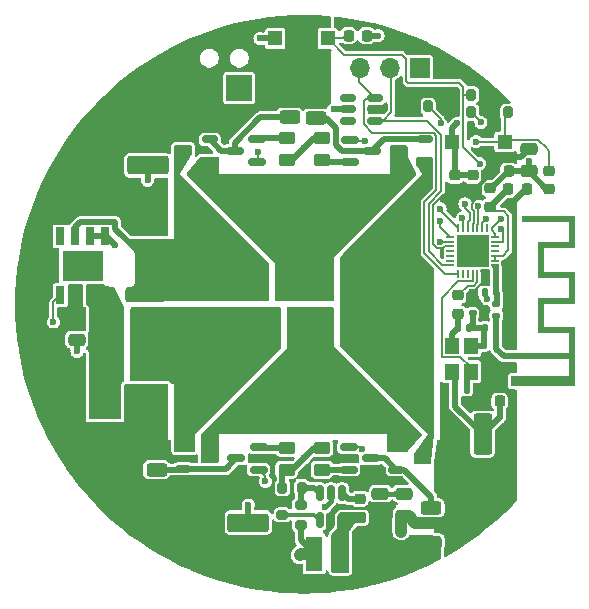
<source format=gbr>
%TF.GenerationSoftware,KiCad,Pcbnew,8.0.1*%
%TF.CreationDate,2025-09-12T21:56:14+04:00*%
%TF.ProjectId,Neopixel_project_v3.0,4e656f70-6978-4656-9c5f-70726f6a6563,v3.0*%
%TF.SameCoordinates,Original*%
%TF.FileFunction,Copper,L1,Top*%
%TF.FilePolarity,Positive*%
%FSLAX46Y46*%
G04 Gerber Fmt 4.6, Leading zero omitted, Abs format (unit mm)*
G04 Created by KiCad (PCBNEW 8.0.1) date 2025-09-12 21:56:14*
%MOMM*%
%LPD*%
G01*
G04 APERTURE LIST*
G04 Aperture macros list*
%AMRoundRect*
0 Rectangle with rounded corners*
0 $1 Rounding radius*
0 $2 $3 $4 $5 $6 $7 $8 $9 X,Y pos of 4 corners*
0 Add a 4 corners polygon primitive as box body*
4,1,4,$2,$3,$4,$5,$6,$7,$8,$9,$2,$3,0*
0 Add four circle primitives for the rounded corners*
1,1,$1+$1,$2,$3*
1,1,$1+$1,$4,$5*
1,1,$1+$1,$6,$7*
1,1,$1+$1,$8,$9*
0 Add four rect primitives between the rounded corners*
20,1,$1+$1,$2,$3,$4,$5,0*
20,1,$1+$1,$4,$5,$6,$7,0*
20,1,$1+$1,$6,$7,$8,$9,0*
20,1,$1+$1,$8,$9,$2,$3,0*%
G04 Aperture macros list end*
%TA.AperFunction,EtchedComponent*%
%ADD10C,0.000000*%
%TD*%
%TA.AperFunction,SMDPad,CuDef*%
%ADD11RoundRect,0.200000X0.200000X0.275000X-0.200000X0.275000X-0.200000X-0.275000X0.200000X-0.275000X0*%
%TD*%
%TA.AperFunction,SMDPad,CuDef*%
%ADD12RoundRect,0.140000X-0.170000X0.140000X-0.170000X-0.140000X0.170000X-0.140000X0.170000X0.140000X0*%
%TD*%
%TA.AperFunction,SMDPad,CuDef*%
%ADD13RoundRect,0.250000X-0.625000X0.312500X-0.625000X-0.312500X0.625000X-0.312500X0.625000X0.312500X0*%
%TD*%
%TA.AperFunction,SMDPad,CuDef*%
%ADD14RoundRect,0.150000X-0.150000X0.512500X-0.150000X-0.512500X0.150000X-0.512500X0.150000X0.512500X0*%
%TD*%
%TA.AperFunction,SMDPad,CuDef*%
%ADD15RoundRect,0.250000X0.550000X-1.500000X0.550000X1.500000X-0.550000X1.500000X-0.550000X-1.500000X0*%
%TD*%
%TA.AperFunction,SMDPad,CuDef*%
%ADD16RoundRect,0.250000X0.625000X-0.312500X0.625000X0.312500X-0.625000X0.312500X-0.625000X-0.312500X0*%
%TD*%
%TA.AperFunction,SMDPad,CuDef*%
%ADD17RoundRect,0.150000X0.587500X0.150000X-0.587500X0.150000X-0.587500X-0.150000X0.587500X-0.150000X0*%
%TD*%
%TA.AperFunction,SMDPad,CuDef*%
%ADD18RoundRect,0.225000X0.250000X-0.225000X0.250000X0.225000X-0.250000X0.225000X-0.250000X-0.225000X0*%
%TD*%
%TA.AperFunction,SMDPad,CuDef*%
%ADD19R,1.400000X3.000000*%
%TD*%
%TA.AperFunction,SMDPad,CuDef*%
%ADD20RoundRect,0.250000X-0.450000X0.262500X-0.450000X-0.262500X0.450000X-0.262500X0.450000X0.262500X0*%
%TD*%
%TA.AperFunction,SMDPad,CuDef*%
%ADD21RoundRect,0.250000X0.475000X-0.250000X0.475000X0.250000X-0.475000X0.250000X-0.475000X-0.250000X0*%
%TD*%
%TA.AperFunction,SMDPad,CuDef*%
%ADD22RoundRect,0.150000X-0.512500X-0.150000X0.512500X-0.150000X0.512500X0.150000X-0.512500X0.150000X0*%
%TD*%
%TA.AperFunction,SMDPad,CuDef*%
%ADD23RoundRect,0.200000X-0.200000X-0.275000X0.200000X-0.275000X0.200000X0.275000X-0.200000X0.275000X0*%
%TD*%
%TA.AperFunction,SMDPad,CuDef*%
%ADD24RoundRect,0.225000X-0.225000X-0.250000X0.225000X-0.250000X0.225000X0.250000X-0.225000X0.250000X0*%
%TD*%
%TA.AperFunction,SMDPad,CuDef*%
%ADD25RoundRect,0.200000X-0.275000X0.200000X-0.275000X-0.200000X0.275000X-0.200000X0.275000X0.200000X0*%
%TD*%
%TA.AperFunction,SMDPad,CuDef*%
%ADD26RoundRect,0.225000X-0.250000X0.225000X-0.250000X-0.225000X0.250000X-0.225000X0.250000X0.225000X0*%
%TD*%
%TA.AperFunction,SMDPad,CuDef*%
%ADD27R,1.200000X1.400000*%
%TD*%
%TA.AperFunction,SMDPad,CuDef*%
%ADD28RoundRect,0.150000X-0.587500X-0.150000X0.587500X-0.150000X0.587500X0.150000X-0.587500X0.150000X0*%
%TD*%
%TA.AperFunction,SMDPad,CuDef*%
%ADD29RoundRect,0.140000X0.140000X0.170000X-0.140000X0.170000X-0.140000X-0.170000X0.140000X-0.170000X0*%
%TD*%
%TA.AperFunction,SMDPad,CuDef*%
%ADD30RoundRect,0.150000X0.512500X0.150000X-0.512500X0.150000X-0.512500X-0.150000X0.512500X-0.150000X0*%
%TD*%
%TA.AperFunction,SMDPad,CuDef*%
%ADD31RoundRect,0.140000X-0.140000X-0.170000X0.140000X-0.170000X0.140000X0.170000X-0.140000X0.170000X0*%
%TD*%
%TA.AperFunction,SMDPad,CuDef*%
%ADD32RoundRect,0.250000X1.000000X0.650000X-1.000000X0.650000X-1.000000X-0.650000X1.000000X-0.650000X0*%
%TD*%
%TA.AperFunction,SMDPad,CuDef*%
%ADD33RoundRect,0.218750X-0.256250X0.218750X-0.256250X-0.218750X0.256250X-0.218750X0.256250X0.218750X0*%
%TD*%
%TA.AperFunction,SMDPad,CuDef*%
%ADD34RoundRect,0.250000X-1.500000X-0.550000X1.500000X-0.550000X1.500000X0.550000X-1.500000X0.550000X0*%
%TD*%
%TA.AperFunction,SMDPad,CuDef*%
%ADD35RoundRect,0.200000X0.275000X-0.200000X0.275000X0.200000X-0.275000X0.200000X-0.275000X-0.200000X0*%
%TD*%
%TA.AperFunction,ComponentPad*%
%ADD36R,2.200000X2.200000*%
%TD*%
%TA.AperFunction,ComponentPad*%
%ADD37C,2.200000*%
%TD*%
%TA.AperFunction,SMDPad,CuDef*%
%ADD38RoundRect,0.250000X0.450000X-0.262500X0.450000X0.262500X-0.450000X0.262500X-0.450000X-0.262500X0*%
%TD*%
%TA.AperFunction,SMDPad,CuDef*%
%ADD39R,2.150000X5.500000*%
%TD*%
%TA.AperFunction,SMDPad,CuDef*%
%ADD40RoundRect,0.250000X1.425000X-0.362500X1.425000X0.362500X-1.425000X0.362500X-1.425000X-0.362500X0*%
%TD*%
%TA.AperFunction,SMDPad,CuDef*%
%ADD41R,0.762000X0.203200*%
%TD*%
%TA.AperFunction,SMDPad,CuDef*%
%ADD42R,0.203200X0.762000*%
%TD*%
%TA.AperFunction,SMDPad,CuDef*%
%ADD43R,2.794000X2.794000*%
%TD*%
%TA.AperFunction,ConnectorPad*%
%ADD44R,0.500000X0.500000*%
%TD*%
%TA.AperFunction,ComponentPad*%
%ADD45R,0.500000X0.900000*%
%TD*%
%TA.AperFunction,SMDPad,CuDef*%
%ADD46RoundRect,0.218750X0.218750X0.256250X-0.218750X0.256250X-0.218750X-0.256250X0.218750X-0.256250X0*%
%TD*%
%TA.AperFunction,SMDPad,CuDef*%
%ADD47R,1.244600X1.244600*%
%TD*%
%TA.AperFunction,ComponentPad*%
%ADD48R,1.700000X1.700000*%
%TD*%
%TA.AperFunction,ComponentPad*%
%ADD49O,1.700000X1.700000*%
%TD*%
%TA.AperFunction,SMDPad,CuDef*%
%ADD50RoundRect,0.250000X-0.475000X0.250000X-0.475000X-0.250000X0.475000X-0.250000X0.475000X0.250000X0*%
%TD*%
%TA.AperFunction,SMDPad,CuDef*%
%ADD51RoundRect,0.147500X-0.172500X0.147500X-0.172500X-0.147500X0.172500X-0.147500X0.172500X0.147500X0*%
%TD*%
%TA.AperFunction,SMDPad,CuDef*%
%ADD52R,0.802000X1.505000*%
%TD*%
%TA.AperFunction,SMDPad,CuDef*%
%ADD53R,3.502000X2.613000*%
%TD*%
%TA.AperFunction,ViaPad*%
%ADD54C,0.600000*%
%TD*%
%TA.AperFunction,Conductor*%
%ADD55C,0.500000*%
%TD*%
%TA.AperFunction,Conductor*%
%ADD56C,0.150000*%
%TD*%
%TA.AperFunction,Conductor*%
%ADD57C,0.400000*%
%TD*%
%TA.AperFunction,Conductor*%
%ADD58C,0.250000*%
%TD*%
%TA.AperFunction,Conductor*%
%ADD59C,1.000000*%
%TD*%
%TA.AperFunction,Conductor*%
%ADD60C,0.200000*%
%TD*%
%TA.AperFunction,Conductor*%
%ADD61C,0.300000*%
%TD*%
G04 APERTURE END LIST*
D10*
%TA.AperFunction,EtchedComponent*%
%TO.C,AE1*%
G36*
X126750000Y-62350000D02*
G01*
X124110000Y-62350000D01*
X124110000Y-64350000D01*
X126750000Y-64350000D01*
X126750000Y-67050000D01*
X124110000Y-67050000D01*
X124110000Y-69050000D01*
X126750000Y-69050000D01*
X126750000Y-74050000D01*
X121593215Y-74050000D01*
X121350000Y-74050000D01*
X121350000Y-73625156D01*
X121453957Y-73625156D01*
X121466065Y-73667819D01*
X121470419Y-73675731D01*
X121503203Y-73713674D01*
X121545605Y-73737742D01*
X121593215Y-73747583D01*
X121641622Y-73742847D01*
X121686416Y-73723185D01*
X121723186Y-73688245D01*
X121740092Y-73655353D01*
X121747982Y-73607267D01*
X121741408Y-73557682D01*
X121721313Y-73512372D01*
X121688643Y-73477112D01*
X121656417Y-73460218D01*
X121608158Y-73451778D01*
X121558632Y-73458309D01*
X121513447Y-73478868D01*
X121478213Y-73512511D01*
X121467600Y-73531122D01*
X121454700Y-73576637D01*
X121453957Y-73625156D01*
X121350000Y-73625156D01*
X121350000Y-73150000D01*
X126250000Y-73150000D01*
X126250000Y-71750000D01*
X121350000Y-71750000D01*
X121350000Y-71250000D01*
X126250000Y-71250000D01*
X126250000Y-69550000D01*
X123610000Y-69550000D01*
X123610000Y-66550000D01*
X126250000Y-66550000D01*
X126250000Y-64850000D01*
X123610000Y-64850000D01*
X123610000Y-61850000D01*
X126250000Y-61850000D01*
X126250000Y-60150000D01*
X122310000Y-60150000D01*
X122310000Y-59650000D01*
X126750000Y-59650000D01*
X126750000Y-62350000D01*
G37*
%TD.AperFunction*%
%TD*%
D11*
%TO.P,R17,1*%
%TO.N,Net-(U3-FB)*%
X103650000Y-82625000D03*
%TO.P,R17,2*%
%TO.N,GND*%
X102000000Y-82625000D03*
%TD*%
D12*
%TO.P,C5,1*%
%TO.N,3v3*%
X118100000Y-66890000D03*
%TO.P,C5,2*%
%TO.N,GND*%
X118100000Y-67850000D03*
%TD*%
D13*
%TO.P,R1,1*%
%TO.N,24V*%
X102600000Y-48350000D03*
%TO.P,R1,2*%
%TO.N,Net-(Q1-C)*%
X102600000Y-51275000D03*
%TD*%
D14*
%TO.P,U3,1,BST*%
%TO.N,Net-(U3-BST)*%
X107050000Y-83100000D03*
%TO.P,U3,2,GND*%
%TO.N,GND*%
X106100000Y-83100000D03*
%TO.P,U3,3,FB*%
%TO.N,Net-(U3-FB)*%
X105150000Y-83100000D03*
%TO.P,U3,4,EN*%
%TO.N,Net-(U3-EN)*%
X105150000Y-85375000D03*
%TO.P,U3,5,VIN*%
%TO.N,24V*%
X106100000Y-85375000D03*
%TO.P,U3,6,SW*%
%TO.N,Net-(U3-SW)*%
X107050000Y-85375000D03*
%TD*%
D15*
%TO.P,C14,1*%
%TO.N,3v3*%
X118950000Y-83500000D03*
%TO.P,C14,2*%
%TO.N,GND*%
X118950000Y-78100000D03*
%TD*%
D16*
%TO.P,R5,1*%
%TO.N,24V*%
X114600000Y-87275000D03*
%TO.P,R5,2*%
%TO.N,Net-(Q3-C)*%
X114600000Y-84350000D03*
%TD*%
D17*
%TO.P,Q4,1,B*%
%TO.N,PWM_B*%
X99975000Y-81100000D03*
%TO.P,Q4,2,E*%
%TO.N,Net-(Q4-E)*%
X99975000Y-79200000D03*
%TO.P,Q4,3,C*%
%TO.N,Net-(Q4-C)*%
X98100000Y-80150000D03*
%TD*%
D18*
%TO.P,C10,1*%
%TO.N,Net-(C10-Pad1)*%
X119600000Y-58850000D03*
%TO.P,C10,2*%
%TO.N,GND*%
X119600000Y-57300000D03*
%TD*%
D19*
%TO.P,L3,1,1*%
%TO.N,Net-(U3-SW)*%
X106900000Y-88225000D03*
%TO.P,L3,2,2*%
%TO.N,3v3*%
X104700000Y-88225000D03*
%TD*%
D20*
%TO.P,R2,1*%
%TO.N,Net-(Q1-E)*%
X102350000Y-53025000D03*
%TO.P,R2,2*%
%TO.N,GND*%
X102350000Y-54850000D03*
%TD*%
D21*
%TO.P,C15,1*%
%TO.N,3v3*%
X112300000Y-85025000D03*
%TO.P,C15,2*%
%TO.N,GND*%
X112300000Y-83125000D03*
%TD*%
D22*
%TO.P,Q7,1,D*%
%TO.N,Net-(D3-K)*%
X111650000Y-79200000D03*
%TO.P,Q7,2,G*%
%TO.N,Net-(Q3-C)*%
X111650000Y-81100000D03*
%TO.P,Q7,3,S*%
%TO.N,Net-(D2-A)*%
X113925000Y-80150000D03*
%TD*%
D23*
%TO.P,R10,1*%
%TO.N,3v3*%
X119450000Y-50850000D03*
%TO.P,R10,2*%
%TO.N,BOOT*%
X121100000Y-50850000D03*
%TD*%
D24*
%TO.P,C9,1*%
%TO.N,3v3*%
X119600000Y-55850000D03*
%TO.P,C9,2*%
%TO.N,GND*%
X121150000Y-55850000D03*
%TD*%
D22*
%TO.P,Q8,1,D*%
%TO.N,Net-(D4-K)*%
X93612500Y-79150000D03*
%TO.P,Q8,2,G*%
%TO.N,Net-(Q4-C)*%
X93612500Y-81050000D03*
%TO.P,Q8,3,S*%
%TO.N,Net-(D3-K)*%
X95887500Y-80100000D03*
%TD*%
D25*
%TO.P,R16,1*%
%TO.N,Net-(U3-FB)*%
X103550000Y-84125000D03*
%TO.P,R16,2*%
%TO.N,3v3*%
X103550000Y-85775000D03*
%TD*%
D26*
%TO.P,C13,1*%
%TO.N,Net-(U3-BST)*%
X108550000Y-83575000D03*
%TO.P,C13,2*%
%TO.N,Net-(U3-SW)*%
X108550000Y-85125000D03*
%TD*%
D27*
%TO.P,Y1,1,1*%
%TO.N,OSC_N*%
X117950000Y-72800000D03*
%TO.P,Y1,2,2*%
%TO.N,GND*%
X117950000Y-70600000D03*
%TO.P,Y1,3,3*%
%TO.N,OSC_P*%
X116350000Y-70600000D03*
%TO.P,Y1,4,4*%
%TO.N,GND*%
X116350000Y-72800000D03*
%TD*%
D28*
%TO.P,Q2,1,B*%
%TO.N,PWM_R*%
X107725000Y-53200000D03*
%TO.P,Q2,2,E*%
%TO.N,Net-(Q2-E)*%
X107725000Y-55100000D03*
%TO.P,Q2,3,C*%
%TO.N,Net-(Q2-C)*%
X109600000Y-54150000D03*
%TD*%
D29*
%TO.P,C19,1*%
%TO.N,LNA_IN*%
X120080000Y-66100000D03*
%TO.P,C19,2*%
%TO.N,GND*%
X119120000Y-66100000D03*
%TD*%
%TO.P,C18,1*%
%TO.N,OSC_N*%
X117600000Y-74350000D03*
%TO.P,C18,2*%
%TO.N,GND*%
X116640000Y-74350000D03*
%TD*%
D30*
%TO.P,Q5,1,D*%
%TO.N,Net-(D1-K)*%
X95850000Y-55050000D03*
%TO.P,Q5,2,G*%
%TO.N,Net-(Q1-C)*%
X95850000Y-53150000D03*
%TO.P,Q5,3,S*%
%TO.N,Net-(D1-A)*%
X93575000Y-54100000D03*
%TD*%
D31*
%TO.P,C17,1*%
%TO.N,OSC_P*%
X116850000Y-69100000D03*
%TO.P,C17,2*%
%TO.N,GND*%
X117810000Y-69100000D03*
%TD*%
D32*
%TO.P,D5,1,K*%
%TO.N,24V*%
X90875000Y-75200000D03*
%TO.P,D5,2,A*%
%TO.N,Net-(D5-A)*%
X86875000Y-75200000D03*
%TD*%
D33*
%TO.P,L4,1,1*%
%TO.N,Net-(U1A-XTAL_P)*%
X116850000Y-66350000D03*
%TO.P,L4,2,2*%
%TO.N,OSC_P*%
X116850000Y-67925000D03*
%TD*%
D13*
%TO.P,R7,1*%
%TO.N,24V*%
X91350000Y-78175000D03*
%TO.P,R7,2*%
%TO.N,Net-(Q4-C)*%
X91350000Y-81100000D03*
%TD*%
D34*
%TO.P,C1,1*%
%TO.N,24V*%
X85200000Y-55350000D03*
%TO.P,C1,2*%
%TO.N,GND*%
X90600000Y-55350000D03*
%TD*%
D22*
%TO.P,U4,1,I/O1*%
%TO.N,unconnected-(U4-I{slash}O1-Pad1)*%
X107575000Y-49650000D03*
%TO.P,U4,2,GND*%
%TO.N,GND*%
X107575000Y-50600000D03*
%TO.P,U4,3,I/O2*%
%TO.N,unconnected-(U4-I{slash}O2-Pad3)*%
X107575000Y-51550000D03*
%TO.P,U4,4,I/O3*%
%TO.N,USB_D-*%
X109850000Y-51550000D03*
%TO.P,U4,5,VBUS*%
%TO.N,3v3*%
X109850000Y-50600000D03*
%TO.P,U4,6,I/O4*%
%TO.N,USB_D+*%
X109850000Y-49650000D03*
%TD*%
D11*
%TO.P,R11,1*%
%TO.N,Net-(U1A-GPIO2)*%
X118000000Y-50850000D03*
%TO.P,R11,2*%
%TO.N,3v3*%
X116350000Y-50850000D03*
%TD*%
D24*
%TO.P,C4,1*%
%TO.N,3v3*%
X118850000Y-75325000D03*
%TO.P,C4,2*%
%TO.N,GND*%
X120400000Y-75325000D03*
%TD*%
D23*
%TO.P,R9,1*%
%TO.N,3v3*%
X116350000Y-49350000D03*
%TO.P,R9,2*%
%TO.N,CHIP_EN*%
X118000000Y-49350000D03*
%TD*%
D24*
%TO.P,C11,1*%
%TO.N,CHIP_EN*%
X107600000Y-44350000D03*
%TO.P,C11,2*%
%TO.N,GND*%
X109150000Y-44350000D03*
%TD*%
D35*
%TO.P,R15,1*%
%TO.N,24V*%
X102000000Y-86575000D03*
%TO.P,R15,2*%
%TO.N,Net-(U3-EN)*%
X102000000Y-84925000D03*
%TD*%
D18*
%TO.P,C7,1*%
%TO.N,3v3*%
X116600000Y-57750000D03*
%TO.P,C7,2*%
%TO.N,GND*%
X116600000Y-56200000D03*
%TD*%
D13*
%TO.P,R3,1*%
%TO.N,24V*%
X104850000Y-48425000D03*
%TO.P,R3,2*%
%TO.N,Net-(Q2-C)*%
X104850000Y-51350000D03*
%TD*%
D36*
%TO.P,J3,1,Pin_1*%
%TO.N,GND*%
X98350000Y-48800000D03*
D37*
%TO.P,J3,2,Pin_2*%
%TO.N,24V*%
X95810000Y-48800000D03*
%TD*%
D38*
%TO.P,R4,1*%
%TO.N,Net-(Q2-E)*%
X105350000Y-54850000D03*
%TO.P,R4,2*%
%TO.N,GND*%
X105350000Y-53025000D03*
%TD*%
D39*
%TO.P,L1,1,1*%
%TO.N,Net-(D4-K)*%
X90875000Y-70350000D03*
%TO.P,L1,2,2*%
%TO.N,Net-(D5-A)*%
X87025000Y-70350000D03*
%TD*%
D40*
%TO.P,R22,1*%
%TO.N,Net-(D1-A)*%
X90350000Y-66350000D03*
%TO.P,R22,2*%
%TO.N,24V*%
X90350000Y-60425000D03*
%TD*%
D21*
%TO.P,C3,1*%
%TO.N,GND*%
X84600000Y-70100000D03*
%TO.P,C3,2*%
%TO.N,24V*%
X84600000Y-68200000D03*
%TD*%
D38*
%TO.P,R6,1*%
%TO.N,Net-(Q3-E)*%
X105350000Y-81100000D03*
%TO.P,R6,2*%
%TO.N,GND*%
X105350000Y-79275000D03*
%TD*%
D18*
%TO.P,C6,1*%
%TO.N,3v3*%
X118100000Y-57750000D03*
%TO.P,C6,2*%
%TO.N,GND*%
X118100000Y-56200000D03*
%TD*%
D26*
%TO.P,C12,1*%
%TO.N,BOOT*%
X124600000Y-55800000D03*
%TO.P,C12,2*%
%TO.N,GND*%
X124600000Y-57350000D03*
%TD*%
D17*
%TO.P,Q1,1,B*%
%TO.N,PWM_W*%
X99850000Y-55050000D03*
%TO.P,Q1,2,E*%
%TO.N,Net-(Q1-E)*%
X99850000Y-53150000D03*
%TO.P,Q1,3,C*%
%TO.N,Net-(Q1-C)*%
X97975000Y-54100000D03*
%TD*%
D41*
%TO.P,U1,1,LNA_IN*%
%TO.N,LNA_IN*%
X120017700Y-63800000D03*
%TO.P,U1,2,VDD3P3*%
%TO.N,Net-(C10-Pad1)*%
X120017700Y-63400001D03*
%TO.P,U1,3,VDD3P3*%
X120017700Y-62999999D03*
%TO.P,U1,4,XTAL_32K_P*%
%TO.N,unconnected-(U1A-XTAL_32K_P-Pad4)*%
X120017700Y-62600000D03*
%TO.P,U1,5,XTAL_32K_N*%
%TO.N,unconnected-(U1A-XTAL_32K_N-Pad5)*%
X120017700Y-62200001D03*
%TO.P,U1,6,GPIO2*%
%TO.N,Net-(U1A-GPIO2)*%
X120017700Y-61799999D03*
%TO.P,U1,7,CHIP_EN*%
%TO.N,CHIP_EN*%
X120017700Y-61400000D03*
D42*
%TO.P,U1,8,GPIO3*%
%TO.N,unconnected-(U1A-GPIO3-Pad8)*%
X119300000Y-60682300D03*
%TO.P,U1,9,MTMS*%
%TO.N,PWM_W*%
X118900001Y-60682300D03*
%TO.P,U1,10,MTDI*%
%TO.N,PWM_R*%
X118499999Y-60682300D03*
%TO.P,U1,11,VDD3P3_RTC*%
%TO.N,3v3*%
X118100000Y-60682300D03*
%TO.P,U1,12,MTCK*%
%TO.N,PWM_G*%
X117700001Y-60682300D03*
%TO.P,U1,13,MTDO*%
%TO.N,PWM_B*%
X117299999Y-60682300D03*
%TO.P,U1,14,GPIO8*%
%TO.N,Net-(U1A-GPIO8)*%
X116900000Y-60682300D03*
D41*
%TO.P,U1,15,GPIO9*%
%TO.N,BOOT*%
X116182300Y-61400000D03*
%TO.P,U1,16,GPIO10*%
%TO.N,CTRL*%
X116182300Y-61799999D03*
%TO.P,U1,17,VDD3P3_CPU*%
%TO.N,3v3*%
X116182300Y-62200001D03*
%TO.P,U1,18,VDD_SPI*%
%TO.N,unconnected-(U1B-VDD_SPI-Pad18)*%
X116182300Y-62600000D03*
%TO.P,U1,19,NC*%
%TO.N,unconnected-(U1B-NC-Pad19)*%
X116182300Y-62999999D03*
%TO.P,U1,20,NC*%
%TO.N,unconnected-(U1B-NC-Pad20)*%
X116182300Y-63400001D03*
%TO.P,U1,21,GPIO18*%
%TO.N,USB_D-*%
X116182300Y-63800000D03*
D42*
%TO.P,U1,22,GPIO19*%
%TO.N,USB_D+*%
X116900000Y-64517700D03*
%TO.P,U1,23,U0RXD*%
%TO.N,unconnected-(U1A-U0RXD-Pad23)*%
X117299999Y-64517700D03*
%TO.P,U1,24,U0TXD*%
%TO.N,unconnected-(U1A-U0TXD-Pad24)*%
X117700001Y-64517700D03*
%TO.P,U1,25,XTAL_N*%
%TO.N,OSC_N*%
X118100000Y-64517700D03*
%TO.P,U1,26,XTAL_P*%
%TO.N,Net-(U1A-XTAL_P)*%
X118499999Y-64517700D03*
%TO.P,U1,27,VDDA*%
%TO.N,3v3*%
X118900001Y-64517700D03*
%TO.P,U1,28,VDDA*%
X119300000Y-64517700D03*
D43*
%TO.P,U1,29,GND*%
%TO.N,GND*%
X118100000Y-62600000D03*
%TD*%
D28*
%TO.P,Q3,1,B*%
%TO.N,PWM_G*%
X107600000Y-79200000D03*
%TO.P,Q3,2,E*%
%TO.N,Net-(Q3-E)*%
X107600000Y-81100000D03*
%TO.P,Q3,3,C*%
%TO.N,Net-(Q3-C)*%
X109475000Y-80150000D03*
%TD*%
D44*
%TO.P,AE1,1,A*%
%TO.N,Net-(AE1-A)*%
X121600000Y-71500000D03*
D45*
%TO.P,AE1,2,Shield*%
%TO.N,GND*%
X121600000Y-73600000D03*
%TD*%
D46*
%TO.P,L2,1,1*%
%TO.N,3v3*%
X122675000Y-57350000D03*
%TO.P,L2,2,2*%
%TO.N,Net-(C10-Pad1)*%
X121100000Y-57350000D03*
%TD*%
D47*
%TO.P,SW2,1,1*%
%TO.N,GND*%
X101379600Y-44600000D03*
%TO.P,SW2,2,2*%
%TO.N,CHIP_EN*%
X105850000Y-44600000D03*
%TD*%
D21*
%TO.P,C16,1*%
%TO.N,24V*%
X110300000Y-85025000D03*
%TO.P,C16,2*%
%TO.N,GND*%
X110300000Y-83125000D03*
%TD*%
D30*
%TO.P,Q6,1,D*%
%TO.N,Net-(D2-A)*%
X114100000Y-55050000D03*
%TO.P,Q6,2,G*%
%TO.N,Net-(Q2-C)*%
X114100000Y-53150000D03*
%TO.P,Q6,3,S*%
%TO.N,Net-(D1-K)*%
X111825000Y-54100000D03*
%TD*%
D48*
%TO.P,J1,1,Pin_1*%
%TO.N,GND*%
X113625000Y-47100000D03*
D49*
%TO.P,J1,2,Pin_2*%
%TO.N,USB_D-*%
X111085000Y-47100000D03*
%TO.P,J1,3,Pin_3*%
%TO.N,USB_D+*%
X108545000Y-47100000D03*
%TD*%
D50*
%TO.P,C8,1*%
%TO.N,3v3*%
X122850000Y-53950000D03*
%TO.P,C8,2*%
%TO.N,GND*%
X122850000Y-55850000D03*
%TD*%
D29*
%TO.P,C20,1*%
%TO.N,Net-(AE1-A)*%
X120100000Y-69100000D03*
%TO.P,C20,2*%
%TO.N,GND*%
X119140000Y-69100000D03*
%TD*%
D51*
%TO.P,L5,1,1*%
%TO.N,LNA_IN*%
X120100000Y-67100000D03*
%TO.P,L5,2,2*%
%TO.N,Net-(AE1-A)*%
X120100000Y-68070000D03*
%TD*%
D11*
%TO.P,R12,1*%
%TO.N,Net-(U1A-GPIO8)*%
X114350000Y-50350000D03*
%TO.P,R12,2*%
%TO.N,3v3*%
X112700000Y-50350000D03*
%TD*%
D47*
%TO.P,SW1,1,1*%
%TO.N,GND*%
X116350000Y-53350000D03*
%TO.P,SW1,2,2*%
%TO.N,BOOT*%
X120820400Y-53350000D03*
%TD*%
D20*
%TO.P,R8,1*%
%TO.N,Net-(Q4-E)*%
X102350000Y-79275000D03*
%TO.P,R8,2*%
%TO.N,GND*%
X102350000Y-81100000D03*
%TD*%
D52*
%TO.P,U2,1,GND*%
%TO.N,GND*%
X87005000Y-61352500D03*
%TO.P,U2,2,GND*%
X85735000Y-61352500D03*
%TO.P,U2,3,SET*%
%TO.N,Net-(D1-A)*%
X84465000Y-61352500D03*
%TO.P,U2,4,NC*%
%TO.N,unconnected-(U2-NC-Pad4)*%
X83195000Y-61352500D03*
%TO.P,U2,5,CTRL*%
%TO.N,CTRL*%
X83195000Y-66347500D03*
%TO.P,U2,6,VIN*%
%TO.N,24V*%
X84465000Y-66347500D03*
%TO.P,U2,7,SW*%
%TO.N,Net-(D5-A)*%
X85735000Y-66347500D03*
%TO.P,U2,8,SW*%
X87005000Y-66347500D03*
D53*
%TO.P,U2,9,PAD*%
%TO.N,unconnected-(U2-PAD-Pad9)*%
X85100000Y-63850000D03*
%TD*%
D34*
%TO.P,C2,1*%
%TO.N,24V*%
X93700000Y-85600000D03*
%TO.P,C2,2*%
%TO.N,GND*%
X99100000Y-85600000D03*
%TD*%
D54*
%TO.N,GND*%
X110100000Y-44350000D03*
X111712953Y-83125000D03*
X116750000Y-51798006D03*
X119351525Y-66652042D03*
X122855331Y-55005331D03*
X87850000Y-62100000D03*
X119100000Y-70600000D03*
X106350000Y-50600000D03*
X103850000Y-53850000D03*
X103850000Y-80100000D03*
X100100000Y-44600000D03*
X120400000Y-76650000D03*
X105600516Y-84283662D03*
X99100000Y-84100000D03*
X118100000Y-62600000D03*
X90600000Y-56600000D03*
X84600000Y-71100000D03*
%TO.N,3v3*%
X103450000Y-88350000D03*
X112350000Y-49350000D03*
X115100000Y-47350000D03*
X119850000Y-71850000D03*
X119850000Y-54850000D03*
X119450000Y-49700000D03*
X115100000Y-49100000D03*
X112050000Y-86350000D03*
X110600000Y-50600000D03*
X120980136Y-58672979D03*
X118737786Y-67240114D03*
%TO.N,CHIP_EN*%
X120500000Y-59882507D03*
X118700000Y-55200000D03*
%TO.N,BOOT*%
X118404306Y-53338190D03*
X115375000Y-60057148D03*
%TO.N,Net-(D1-K)*%
X101850000Y-66500000D03*
X104150000Y-63900000D03*
X102350000Y-63100000D03*
X103350000Y-66500000D03*
X103850000Y-63100000D03*
X103050000Y-63100000D03*
X101650000Y-63100000D03*
X104150000Y-66200000D03*
X104150000Y-65400000D03*
X102550000Y-66500000D03*
X104150000Y-64600000D03*
X104950000Y-63100000D03*
X105750000Y-63100000D03*
%TO.N,Net-(D1-A)*%
X98950000Y-66000000D03*
X98950000Y-63900000D03*
X98950000Y-64600000D03*
X98950000Y-65300000D03*
X99450000Y-66500000D03*
X99250000Y-63300000D03*
%TO.N,Net-(D2-A)*%
X107850000Y-68200000D03*
X107250000Y-66400000D03*
X107950000Y-70300000D03*
X108150000Y-65500000D03*
X107850000Y-66100000D03*
X107250000Y-67800000D03*
X108150000Y-69600000D03*
X108150000Y-68800000D03*
X108350000Y-64900000D03*
X107650000Y-70900000D03*
X108150000Y-64300000D03*
X107350000Y-63200000D03*
X107950000Y-63600000D03*
%TO.N,Net-(D3-K)*%
X104250000Y-68300000D03*
X106050000Y-67700000D03*
X104250000Y-69700000D03*
X102750000Y-67800000D03*
X103550000Y-68900000D03*
X105450000Y-71000000D03*
X102750000Y-70900000D03*
X103350000Y-68300000D03*
X106150000Y-71000000D03*
X104650000Y-67700000D03*
X105350000Y-67700000D03*
X104750000Y-71000000D03*
X104250000Y-70400000D03*
X103550000Y-69800000D03*
X103350000Y-70400000D03*
X104250000Y-69000000D03*
%TO.N,Net-(D4-K)*%
X101350000Y-67800000D03*
X101150000Y-71000000D03*
X99850000Y-70800000D03*
X99850000Y-68000000D03*
X100450000Y-71000000D03*
X99750000Y-68700000D03*
X100550000Y-67800000D03*
X99750000Y-69400000D03*
X99750000Y-70100000D03*
%TO.N,PWM_W*%
X119250000Y-59871298D03*
X99950000Y-54200000D03*
%TO.N,PWM_R*%
X108950000Y-53300000D03*
X118600000Y-58800000D03*
%TO.N,PWM_G*%
X117450000Y-58600000D03*
X108744124Y-79365785D03*
%TO.N,PWM_B*%
X100550000Y-82100000D03*
X117244365Y-59800000D03*
%TO.N,Net-(U1A-GPIO2)*%
X120509788Y-60756604D03*
X118800000Y-51700000D03*
%TO.N,Net-(U1A-GPIO8)*%
X115392889Y-51796334D03*
X115350000Y-59000000D03*
%TO.N,CTRL*%
X82600000Y-68600000D03*
X115350000Y-61800000D03*
%TD*%
D55*
%TO.N,GND*%
X119100000Y-70600000D02*
X119100000Y-69140000D01*
X104675000Y-53025000D02*
X103850000Y-53850000D01*
X102850000Y-81100000D02*
X103850000Y-80100000D01*
X117950000Y-70600000D02*
X119100000Y-70600000D01*
X118100000Y-67850000D02*
X118100000Y-68810000D01*
X90600000Y-55350000D02*
X90600000Y-56600000D01*
X118100000Y-68810000D02*
X117810000Y-69100000D01*
D56*
X119120000Y-66420517D02*
X119351525Y-66652042D01*
D55*
X102000000Y-81450000D02*
X102350000Y-81100000D01*
X116600000Y-56200000D02*
X118100000Y-56200000D01*
X120400000Y-75325000D02*
X120400000Y-76650000D01*
X119100000Y-69140000D02*
X119140000Y-69100000D01*
X116640000Y-75790000D02*
X116640000Y-74350000D01*
D57*
X110300000Y-83125000D02*
X112300000Y-83125000D01*
D55*
X116640000Y-73090000D02*
X116350000Y-72800000D01*
X99100000Y-85600000D02*
X99100000Y-84100000D01*
X87102500Y-61352500D02*
X87850000Y-62100000D01*
X116640000Y-74350000D02*
X116640000Y-73090000D01*
D57*
X112300000Y-83125000D02*
X111712953Y-83125000D01*
X106100000Y-83100000D02*
X106100000Y-83784178D01*
D55*
X116350000Y-52198006D02*
X116750000Y-51798006D01*
X102350000Y-54850000D02*
X102850000Y-54850000D01*
X107575000Y-50600000D02*
X106350000Y-50600000D01*
X118950000Y-78100000D02*
X116640000Y-75790000D01*
X122850000Y-55850000D02*
X121150000Y-55850000D01*
X124600000Y-57350000D02*
X124350000Y-57350000D01*
X102850000Y-54850000D02*
X103850000Y-53850000D01*
X118100000Y-69100000D02*
X119140000Y-69100000D01*
D57*
X106100000Y-83784178D02*
X105600516Y-84283662D01*
D55*
X104675000Y-79275000D02*
X103850000Y-80100000D01*
X105350000Y-53025000D02*
X104675000Y-53025000D01*
X116600000Y-56200000D02*
X116600000Y-53600000D01*
X102000000Y-82625000D02*
X102000000Y-81450000D01*
X124350000Y-57350000D02*
X122850000Y-55850000D01*
X116350000Y-53350000D02*
X116350000Y-52198006D01*
X119600000Y-57300000D02*
X119700000Y-57300000D01*
X119120000Y-66349999D02*
X119120000Y-66100000D01*
X120400000Y-76650000D02*
X118950000Y-78100000D01*
X101379600Y-44600000D02*
X100100000Y-44600000D01*
X84600000Y-70100000D02*
X84600000Y-71100000D01*
X102350000Y-81100000D02*
X102850000Y-81100000D01*
X119700000Y-57300000D02*
X121150000Y-55850000D01*
X87005000Y-61352500D02*
X87102500Y-61352500D01*
X105350000Y-79275000D02*
X104675000Y-79275000D01*
X87005000Y-61352500D02*
X85735000Y-61352500D01*
X117810000Y-69100000D02*
X118100000Y-69100000D01*
X109150000Y-44350000D02*
X110100000Y-44350000D01*
X118850000Y-77950000D02*
X118850000Y-77900000D01*
X122850000Y-55010662D02*
X122855331Y-55005331D01*
X124650000Y-57400000D02*
X124600000Y-57350000D01*
D56*
X119120000Y-66100000D02*
X119120000Y-66420517D01*
D55*
X122850000Y-55850000D02*
X122850000Y-55010662D01*
%TO.N,Net-(AE1-A)*%
X120100000Y-69100000D02*
X120100000Y-68070000D01*
X120750000Y-71500000D02*
X121600000Y-71500000D01*
X120100000Y-70850000D02*
X120750000Y-71500000D01*
X120100000Y-69100000D02*
X120100000Y-70850000D01*
D58*
%TO.N,24V*%
X109625000Y-84350000D02*
X110300000Y-85025000D01*
X106100000Y-84986592D02*
X106736592Y-84350000D01*
D55*
X84600000Y-66482500D02*
X84465000Y-66347500D01*
D58*
X106100000Y-85375000D02*
X106100000Y-84986592D01*
D55*
X102675000Y-48425000D02*
X102600000Y-48350000D01*
X84600000Y-68200000D02*
X84600000Y-66482500D01*
D58*
X106736592Y-84350000D02*
X109625000Y-84350000D01*
D55*
X104850000Y-48425000D02*
X102675000Y-48425000D01*
%TO.N,3v3*%
X122600000Y-57350000D02*
X121600000Y-58350000D01*
D56*
X118100000Y-60301004D02*
X118100000Y-60682300D01*
X118100000Y-66140250D02*
X118900001Y-65340249D01*
D55*
X119450000Y-50639339D02*
X119555331Y-50744670D01*
D59*
X104700000Y-88225000D02*
X103575000Y-88225000D01*
D56*
X114775000Y-58691116D02*
X115108058Y-58358058D01*
X115111827Y-62375000D02*
X114775000Y-62038173D01*
D55*
X103550000Y-85775000D02*
X103550000Y-87075000D01*
D56*
X115716116Y-57750000D02*
X115108058Y-58358058D01*
X118025000Y-58575000D02*
X118025000Y-59046142D01*
X118100000Y-66890000D02*
X118100000Y-66140250D01*
D58*
X118100000Y-57540948D02*
X119600000Y-56040948D01*
D55*
X122200000Y-54600000D02*
X121600000Y-54600000D01*
D56*
X116182300Y-62200001D02*
X115763172Y-62200001D01*
X118140249Y-66100000D02*
X118900001Y-65340248D01*
X118025000Y-59046142D02*
X118193399Y-59214541D01*
D55*
X103550000Y-87075000D02*
X104700000Y-88225000D01*
D56*
X118193399Y-60207605D02*
X118100000Y-60301004D01*
D55*
X122850000Y-53950000D02*
X122200000Y-54600000D01*
D60*
X104700000Y-88125000D02*
X104650000Y-88125000D01*
D59*
X113262500Y-85612500D02*
X116837500Y-85612500D01*
D56*
X118100000Y-58500000D02*
X118025000Y-58575000D01*
D55*
X118850000Y-75325000D02*
X119850000Y-74325000D01*
D59*
X112675000Y-85025000D02*
X113262500Y-85612500D01*
D56*
X115763172Y-62200001D02*
X115588173Y-62375000D01*
X118900001Y-64517700D02*
X119300000Y-64517700D01*
D55*
X116600000Y-57750000D02*
X118100000Y-57750000D01*
D56*
X118193399Y-59214541D02*
X118193399Y-60207605D01*
X118387672Y-66890000D02*
X118737786Y-67240114D01*
D55*
X119450000Y-49700000D02*
X119450000Y-50639339D01*
D56*
X115588173Y-62375000D02*
X115111827Y-62375000D01*
D59*
X112050000Y-85275000D02*
X112300000Y-85025000D01*
D56*
X118100000Y-57750000D02*
X118100000Y-58500000D01*
X118900001Y-65340249D02*
X118900001Y-64517700D01*
X114775000Y-62038173D02*
X114775000Y-58691116D01*
D59*
X103575000Y-88225000D02*
X103450000Y-88350000D01*
D58*
X119600000Y-56040948D02*
X119600000Y-55850000D01*
D55*
X122675000Y-57350000D02*
X122600000Y-57350000D01*
D56*
X118900001Y-65340248D02*
X118900001Y-64517700D01*
X118100000Y-66890000D02*
X118387672Y-66890000D01*
D55*
X119850000Y-74325000D02*
X119850000Y-71850000D01*
D59*
X116837500Y-85612500D02*
X118950000Y-83500000D01*
D56*
X116600000Y-57750000D02*
X115716116Y-57750000D01*
X116182300Y-62200001D02*
X115796299Y-62200001D01*
D58*
X118100000Y-57750000D02*
X118100000Y-57540948D01*
D59*
X112050000Y-86350000D02*
X112050000Y-85275000D01*
X112300000Y-85025000D02*
X112675000Y-85025000D01*
D55*
X109850000Y-50600000D02*
X110600000Y-50600000D01*
D56*
%TO.N,Net-(C10-Pad1)*%
X119987517Y-59237517D02*
X119600000Y-58850000D01*
X120017700Y-63400001D02*
X120017700Y-62999999D01*
X120017700Y-62999999D02*
X120650301Y-62999999D01*
X121125000Y-62525300D02*
X121125000Y-59623623D01*
X121125000Y-59623623D02*
X120738894Y-59237517D01*
X120738894Y-59237517D02*
X119987517Y-59237517D01*
X120650301Y-62999999D02*
X121125000Y-62525300D01*
D55*
X119600000Y-58850000D02*
X121100000Y-57350000D01*
D56*
%TO.N,CHIP_EN*%
X118700000Y-55200000D02*
X118692376Y-55207624D01*
X112100000Y-45975000D02*
X112500000Y-46375000D01*
X107350000Y-44350000D02*
X107100000Y-44600000D01*
X119725000Y-60855700D02*
X119725000Y-60657507D01*
X118700000Y-55200000D02*
X117325000Y-53825000D01*
X119725000Y-60657507D02*
X120500000Y-59882507D01*
X117325000Y-53825000D02*
X117325000Y-49350000D01*
X117325000Y-48700000D02*
X117325000Y-49350000D01*
X112500000Y-46375000D02*
X112500000Y-48225000D01*
X112625000Y-48350000D02*
X116975000Y-48350000D01*
X116975000Y-48350000D02*
X117325000Y-48700000D01*
X118000000Y-49350000D02*
X117325000Y-49350000D01*
X112500000Y-48225000D02*
X112625000Y-48350000D01*
X120017700Y-61148400D02*
X119725000Y-60855700D01*
X107100000Y-44600000D02*
X105850000Y-44600000D01*
X120017700Y-61400000D02*
X120017700Y-61148400D01*
X107600000Y-44350000D02*
X107350000Y-44350000D01*
X105850000Y-44600000D02*
X107225000Y-45975000D01*
X107225000Y-45975000D02*
X112100000Y-45975000D01*
%TO.N,BOOT*%
X120820400Y-53350000D02*
X118416116Y-53350000D01*
X123675000Y-53175000D02*
X120995400Y-53175000D01*
X124383122Y-53883122D02*
X123675000Y-53175000D01*
X120995400Y-53175000D02*
X120820400Y-53350000D01*
X120820400Y-53350000D02*
X120820400Y-51129600D01*
X115375000Y-60057148D02*
X115375000Y-60592700D01*
X124600000Y-55800000D02*
X124600000Y-54228829D01*
X115375000Y-60592700D02*
X116182300Y-61400000D01*
X118416116Y-53350000D02*
X118404306Y-53338190D01*
X120820400Y-51129600D02*
X121100000Y-50850000D01*
X124600000Y-54228829D02*
X124383122Y-53883122D01*
D55*
%TO.N,Net-(U3-BST)*%
X107525000Y-83575000D02*
X107050000Y-83100000D01*
X108550000Y-83575000D02*
X107525000Y-83575000D01*
D56*
%TO.N,OSC_P*%
X116620000Y-70330000D02*
X116350000Y-70600000D01*
D55*
X116350000Y-69600000D02*
X116850000Y-69100000D01*
X116850000Y-69100000D02*
X116850000Y-67925000D01*
X116350000Y-70600000D02*
X116350000Y-69600000D01*
D56*
%TO.N,OSC_N*%
X117950000Y-72800000D02*
X117950000Y-72450000D01*
X115475000Y-66545670D02*
X116846970Y-65173700D01*
X115475000Y-71575000D02*
X115475000Y-66545670D01*
X117075000Y-71575000D02*
X115475000Y-71575000D01*
X118076601Y-65173700D02*
X118100000Y-65150301D01*
D55*
X117600000Y-74350000D02*
X117600000Y-73150000D01*
D56*
X118100000Y-65150301D02*
X118100000Y-64517700D01*
D55*
X117600000Y-73150000D02*
X117950000Y-72800000D01*
D56*
X116846970Y-65173700D02*
X118076601Y-65173700D01*
X117950000Y-72450000D02*
X117075000Y-71575000D01*
D55*
%TO.N,LNA_IN*%
X120151525Y-66171525D02*
X120080000Y-66100000D01*
D56*
X120080000Y-63862300D02*
X120017700Y-63800000D01*
D55*
X120080000Y-66100000D02*
X120080000Y-63951601D01*
X120100000Y-67100000D02*
X120151525Y-67048475D01*
X120080000Y-63951601D02*
X120017700Y-63951601D01*
X120151525Y-67048475D02*
X120151525Y-66171525D01*
%TO.N,Net-(D1-A)*%
X84465000Y-60569000D02*
X84465000Y-61352500D01*
X84884000Y-60150000D02*
X84465000Y-60569000D01*
X90350000Y-63100000D02*
X89850000Y-62600000D01*
X87856000Y-60715378D02*
X87856000Y-60150000D01*
X89740622Y-62600000D02*
X87856000Y-60715378D01*
X89850000Y-62600000D02*
X89740622Y-62600000D01*
X87856000Y-60150000D02*
X84884000Y-60150000D01*
X90350000Y-66350000D02*
X90350000Y-63100000D01*
D56*
%TO.N,USB_D+*%
X108520000Y-48320000D02*
X108520000Y-47100000D01*
X114025000Y-58451167D02*
X115037500Y-57438667D01*
X109607304Y-52575000D02*
X108912500Y-51880196D01*
X109187501Y-49650000D02*
X109850000Y-49650000D01*
X114025000Y-62770275D02*
X114025000Y-58451167D01*
X115772424Y-64517700D02*
X114025000Y-62770275D01*
X115037500Y-57438667D02*
X115037500Y-52819804D01*
X116900000Y-64517700D02*
X115772424Y-64517700D01*
X109850000Y-49650000D02*
X108520000Y-48320000D01*
X108912500Y-49925001D02*
X109187501Y-49650000D01*
X115037500Y-52819804D02*
X114792696Y-52575000D01*
X108912500Y-51880196D02*
X108912500Y-49925001D01*
X114792696Y-52575000D02*
X109607304Y-52575000D01*
%TO.N,USB_D-*%
X114262670Y-51550000D02*
X109850000Y-51550000D01*
X114375000Y-62625301D02*
X114375000Y-58596141D01*
X116182300Y-63800000D02*
X115549699Y-63800000D01*
X115549699Y-63800000D02*
X114375000Y-62625301D01*
X115450000Y-57521141D02*
X115450000Y-52737330D01*
X111225000Y-50858884D02*
X111225000Y-47265000D01*
X114375000Y-58596141D02*
X115450000Y-57521141D01*
X109850000Y-51550000D02*
X110533884Y-51550000D01*
X115450000Y-52737330D02*
X114262670Y-51550000D01*
X111225000Y-47265000D02*
X111060000Y-47100000D01*
X110533884Y-51550000D02*
X111225000Y-50858884D01*
%TO.N,Net-(U1A-XTAL_P)*%
X116850000Y-66350000D02*
X117676300Y-65523700D01*
X118221575Y-65523700D02*
X118499999Y-65245276D01*
X117676300Y-65523700D02*
X118221575Y-65523700D01*
X118499999Y-65245276D02*
X118499999Y-64517700D01*
D55*
%TO.N,Net-(Q1-C)*%
X102600000Y-51275000D02*
X100134816Y-51275000D01*
X100134816Y-51275000D02*
X97975000Y-53434816D01*
X96800000Y-54100000D02*
X95850000Y-53150000D01*
X97975000Y-53434816D02*
X97975000Y-54100000D01*
X97975000Y-54100000D02*
X96800000Y-54100000D01*
D56*
%TO.N,PWM_W*%
X99950000Y-54950000D02*
X99850000Y-55050000D01*
X118925000Y-60196298D02*
X119250000Y-59871298D01*
X118925000Y-60657301D02*
X118925000Y-60196298D01*
X118900001Y-60682300D02*
X118925000Y-60657301D01*
X99950000Y-54200000D02*
X99950000Y-54950000D01*
D55*
%TO.N,Net-(Q1-E)*%
X99975000Y-53025000D02*
X99850000Y-53150000D01*
X102350000Y-53025000D02*
X99975000Y-53025000D01*
%TO.N,Net-(Q2-C)*%
X106537500Y-52162500D02*
X106537500Y-53602684D01*
X109600000Y-54150000D02*
X110600000Y-53150000D01*
X110600000Y-53150000D02*
X114100000Y-53150000D01*
X105725000Y-51350000D02*
X106537500Y-52162500D01*
X104850000Y-51350000D02*
X105725000Y-51350000D01*
X107084816Y-54150000D02*
X109600000Y-54150000D01*
X106537500Y-53602684D02*
X107084816Y-54150000D01*
D56*
%TO.N,PWM_R*%
X118499999Y-60395980D02*
X118499999Y-60682300D01*
X107825000Y-53300000D02*
X107725000Y-53200000D01*
X118575000Y-58825000D02*
X118575000Y-60320978D01*
X118575000Y-60320978D02*
X118499999Y-60395980D01*
X118600000Y-58800000D02*
X118575000Y-58825000D01*
X108950000Y-53300000D02*
X107825000Y-53300000D01*
D55*
%TO.N,Net-(Q2-E)*%
X107725000Y-55100000D02*
X105600000Y-55100000D01*
X105600000Y-55100000D02*
X105350000Y-54850000D01*
%TO.N,Net-(Q3-C)*%
X109475000Y-80150000D02*
X110700000Y-80150000D01*
X114600000Y-84350000D02*
X114600000Y-83387501D01*
X112312499Y-81100000D02*
X111650000Y-81100000D01*
X110700000Y-80150000D02*
X111650000Y-81100000D01*
X114600000Y-83387501D02*
X112312499Y-81100000D01*
%TO.N,Net-(Q3-E)*%
X105350000Y-81100000D02*
X107600000Y-81100000D01*
D60*
%TO.N,PWM_G*%
X108578339Y-79200000D02*
X108744124Y-79365785D01*
D56*
X117450000Y-58600000D02*
X117450000Y-58966116D01*
X117843399Y-59359515D02*
X117843399Y-60007902D01*
D60*
X107600000Y-79200000D02*
X108578339Y-79200000D01*
D56*
X117700001Y-60151300D02*
X117700001Y-60682300D01*
X117843399Y-60007902D02*
X117700001Y-60151300D01*
X117450000Y-58966116D02*
X117843399Y-59359515D01*
D55*
%TO.N,Net-(Q4-C)*%
X97200000Y-81050000D02*
X93612500Y-81050000D01*
X91350000Y-81100000D02*
X93562500Y-81100000D01*
X93562500Y-81100000D02*
X93612500Y-81050000D01*
X98100000Y-80150000D02*
X97200000Y-81050000D01*
%TO.N,Net-(Q4-E)*%
X102350000Y-79275000D02*
X100050000Y-79275000D01*
X100050000Y-79275000D02*
X99975000Y-79200000D01*
D56*
%TO.N,PWM_B*%
X117244365Y-59800000D02*
X117299999Y-59855634D01*
X100550000Y-82100000D02*
X100550000Y-81675000D01*
X100550000Y-81675000D02*
X99975000Y-81100000D01*
X117299999Y-59855634D02*
X117299999Y-60682300D01*
%TO.N,Net-(U1A-GPIO2)*%
X118800000Y-51700000D02*
X118800000Y-51650000D01*
X120017700Y-61799999D02*
X120650301Y-61799999D01*
X118800000Y-51650000D02*
X118000000Y-50850000D01*
X120650301Y-61799999D02*
X120673700Y-61776600D01*
X120673700Y-61776600D02*
X120673700Y-60920516D01*
X120673700Y-60920516D02*
X120509788Y-60756604D01*
%TO.N,Net-(U1A-GPIO8)*%
X115350000Y-59132300D02*
X116900000Y-60682300D01*
X115350000Y-59000000D02*
X115350000Y-59132300D01*
X115392889Y-51392889D02*
X115392889Y-51796334D01*
X114350000Y-50350000D02*
X115392889Y-51392889D01*
D61*
%TO.N,Net-(U3-EN)*%
X102000000Y-84925000D02*
X104700000Y-84925000D01*
X104700000Y-84925000D02*
X105150000Y-85375000D01*
D55*
%TO.N,Net-(U3-FB)*%
X104675000Y-82625000D02*
X105150000Y-83100000D01*
X103550000Y-82725000D02*
X103650000Y-82625000D01*
X103550000Y-84125000D02*
X103550000Y-82725000D01*
D60*
X105125000Y-83125000D02*
X105150000Y-83100000D01*
D55*
X103650000Y-82625000D02*
X104675000Y-82625000D01*
D56*
%TO.N,CTRL*%
X82600000Y-68600000D02*
X82600000Y-66942500D01*
X115350000Y-61800000D02*
X115350001Y-61799999D01*
X115350001Y-61799999D02*
X116182300Y-61799999D01*
X82600000Y-66942500D02*
X83195000Y-66347500D01*
%TD*%
%TA.AperFunction,Conductor*%
%TO.N,Net-(D1-A)*%
G36*
X94293039Y-53619685D02*
G01*
X94338794Y-53672489D01*
X94350000Y-53724000D01*
X94350000Y-54317070D01*
X94333662Y-54378591D01*
X93350000Y-56099999D01*
X93350000Y-56100000D01*
X93350000Y-56350000D01*
X92850000Y-56350000D01*
X92850000Y-53724000D01*
X92869685Y-53656961D01*
X92922489Y-53611206D01*
X92974000Y-53600000D01*
X94226000Y-53600000D01*
X94293039Y-53619685D01*
G37*
%TD.AperFunction*%
%TD*%
%TA.AperFunction,Conductor*%
%TO.N,Net-(D4-K)*%
G36*
X94125000Y-73850000D02*
G01*
X92657972Y-73850000D01*
X92590933Y-73830315D01*
X92550218Y-73787360D01*
X92531892Y-73755178D01*
X92531889Y-73755175D01*
X92531888Y-73755172D01*
X92486133Y-73702368D01*
X92453359Y-73670743D01*
X92365024Y-73624535D01*
X92365023Y-73624534D01*
X92365022Y-73624534D01*
X92365022Y-73624533D01*
X92297990Y-73604851D01*
X92297978Y-73604848D01*
X92226001Y-73594500D01*
X92226000Y-73594500D01*
X89249000Y-73594500D01*
X89181961Y-73574815D01*
X89136206Y-73522011D01*
X89125000Y-73470500D01*
X89125000Y-67474000D01*
X89144685Y-67406961D01*
X89197489Y-67361206D01*
X89249000Y-67350000D01*
X94125000Y-67350000D01*
X94125000Y-73850000D01*
G37*
%TD.AperFunction*%
%TD*%
%TA.AperFunction,Conductor*%
%TO.N,Net-(D1-K)*%
G36*
X112543039Y-53670185D02*
G01*
X112588794Y-53722989D01*
X112600000Y-53774500D01*
X112600000Y-54600001D01*
X113310030Y-56020062D01*
X113322405Y-56088827D01*
X113295637Y-56153366D01*
X113286802Y-56163197D01*
X113099999Y-56350000D01*
X111100000Y-56350000D01*
X111100000Y-53774500D01*
X111119685Y-53707461D01*
X111172489Y-53661706D01*
X111224000Y-53650500D01*
X112476000Y-53650500D01*
X112543039Y-53670185D01*
G37*
%TD.AperFunction*%
%TD*%
%TA.AperFunction,Conductor*%
%TO.N,Net-(U3-SW)*%
G36*
X108993039Y-84745185D02*
G01*
X109038794Y-84797989D01*
X109050000Y-84849500D01*
X109050000Y-85501000D01*
X109030315Y-85568039D01*
X108977511Y-85613794D01*
X108926000Y-85625000D01*
X108150000Y-85625000D01*
X107650000Y-86374999D01*
X107650000Y-89701000D01*
X107630315Y-89768039D01*
X107577511Y-89813794D01*
X107526000Y-89825000D01*
X106274000Y-89825000D01*
X106206961Y-89805315D01*
X106161206Y-89752511D01*
X106150000Y-89701000D01*
X106150000Y-86662543D01*
X106169685Y-86595504D01*
X106170773Y-86593840D01*
X106371352Y-86292971D01*
X106418224Y-86251276D01*
X106488342Y-86215550D01*
X106578050Y-86125842D01*
X106635646Y-86012804D01*
X106635646Y-86012802D01*
X106635647Y-86012801D01*
X106650499Y-85919024D01*
X106650500Y-85919019D01*
X106650499Y-85018490D01*
X106670183Y-84951452D01*
X106686813Y-84930814D01*
X106855811Y-84761816D01*
X106917133Y-84728334D01*
X106943491Y-84725500D01*
X108926000Y-84725500D01*
X108993039Y-84745185D01*
G37*
%TD.AperFunction*%
%TD*%
%TA.AperFunction,Conductor*%
%TO.N,Net-(D2-A)*%
G36*
X114850000Y-78093812D02*
G01*
X114849385Y-78106150D01*
X114611166Y-80488338D01*
X114584908Y-80553087D01*
X114527813Y-80593360D01*
X114487781Y-80600000D01*
X113224000Y-80600000D01*
X113156961Y-80580315D01*
X113111206Y-80527511D01*
X113100000Y-80476000D01*
X113100000Y-79889738D01*
X113119685Y-79822699D01*
X113123097Y-79817664D01*
X114350000Y-78100000D01*
X114350000Y-77850000D01*
X114850000Y-77850000D01*
X114850000Y-78093812D01*
G37*
%TD.AperFunction*%
%TD*%
%TA.AperFunction,Conductor*%
%TO.N,Net-(D3-K)*%
G36*
X106293039Y-67369685D02*
G01*
X106338794Y-67422489D01*
X106350000Y-67474000D01*
X106350000Y-70600000D01*
X113350000Y-77600000D01*
X110850000Y-77600000D01*
X110850000Y-78100000D01*
X96600000Y-78100000D01*
X96600000Y-77850000D01*
X95350000Y-77850000D01*
X102350000Y-70850000D01*
X102350000Y-67474000D01*
X102369685Y-67406961D01*
X102422489Y-67361206D01*
X102474000Y-67350000D01*
X106226000Y-67350000D01*
X106293039Y-67369685D01*
G37*
%TD.AperFunction*%
%TD*%
%TA.AperFunction,Conductor*%
%TO.N,24V*%
G36*
X104834027Y-42620319D02*
G01*
X104838954Y-42620517D01*
X105818919Y-42679794D01*
X105823864Y-42680193D01*
X105988917Y-42696869D01*
X106053638Y-42723193D01*
X106093853Y-42780328D01*
X106099190Y-42837886D01*
X106094500Y-42870506D01*
X106094500Y-43603200D01*
X106074815Y-43670239D01*
X106022011Y-43715994D01*
X105970500Y-43727200D01*
X105203023Y-43727200D01*
X105129964Y-43741732D01*
X105129960Y-43741733D01*
X105047099Y-43797099D01*
X104991733Y-43879960D01*
X104991732Y-43879964D01*
X104977200Y-43953021D01*
X104977200Y-45246978D01*
X104991732Y-45320035D01*
X104991733Y-45320039D01*
X104991734Y-45320040D01*
X105047099Y-45402901D01*
X105129960Y-45458266D01*
X105129964Y-45458267D01*
X105203021Y-45472799D01*
X105203024Y-45472800D01*
X105203026Y-45472800D01*
X106049388Y-45472800D01*
X106116427Y-45492485D01*
X106162182Y-45545289D01*
X106172126Y-45614447D01*
X106159264Y-45654272D01*
X106135067Y-45700529D01*
X106124533Y-45720667D01*
X106104851Y-45787697D01*
X106104848Y-45787709D01*
X106094500Y-45859686D01*
X106094500Y-49936013D01*
X106097320Y-49973858D01*
X106102770Y-50010226D01*
X106103101Y-50012162D01*
X106094991Y-50081560D01*
X106056360Y-50131427D01*
X105957381Y-50207377D01*
X105869137Y-50322377D01*
X105813671Y-50456287D01*
X105813669Y-50456295D01*
X105812246Y-50467100D01*
X105783976Y-50530995D01*
X105725649Y-50569462D01*
X105655784Y-50570289D01*
X105645976Y-50567089D01*
X105582485Y-50543409D01*
X105582483Y-50543408D01*
X105522883Y-50537001D01*
X105522881Y-50537000D01*
X105522873Y-50537000D01*
X105522864Y-50537000D01*
X104177129Y-50537000D01*
X104177123Y-50537001D01*
X104117516Y-50543408D01*
X103982671Y-50593702D01*
X103982664Y-50593706D01*
X103867455Y-50679952D01*
X103867452Y-50679955D01*
X103852336Y-50700147D01*
X103796401Y-50742017D01*
X103726709Y-50746998D01*
X103665387Y-50713511D01*
X103653806Y-50700144D01*
X103582547Y-50604955D01*
X103582544Y-50604952D01*
X103467335Y-50518706D01*
X103467328Y-50518702D01*
X103332482Y-50468408D01*
X103332483Y-50468408D01*
X103272883Y-50462001D01*
X103272881Y-50462000D01*
X103272873Y-50462000D01*
X103272864Y-50462000D01*
X101927129Y-50462000D01*
X101927123Y-50462001D01*
X101867516Y-50468408D01*
X101732671Y-50518702D01*
X101732664Y-50518706D01*
X101617455Y-50604952D01*
X101617452Y-50604955D01*
X101527728Y-50724811D01*
X101471794Y-50766682D01*
X101428462Y-50774500D01*
X100068923Y-50774500D01*
X99941628Y-50808608D01*
X99827502Y-50874500D01*
X99827499Y-50874502D01*
X97574502Y-53127499D01*
X97574500Y-53127502D01*
X97508608Y-53241628D01*
X97474500Y-53368924D01*
X97474500Y-53425548D01*
X97454815Y-53492587D01*
X97402011Y-53538342D01*
X97360237Y-53549165D01*
X97355993Y-53549499D01*
X97262194Y-53564354D01*
X97219743Y-53585985D01*
X97163448Y-53599500D01*
X97058676Y-53599500D01*
X96991637Y-53579815D01*
X96970995Y-53563181D01*
X96799318Y-53391504D01*
X96765833Y-53330181D01*
X96762999Y-53303831D01*
X96762999Y-52968482D01*
X96748146Y-52874696D01*
X96690550Y-52761658D01*
X96690546Y-52761654D01*
X96690545Y-52761652D01*
X96600847Y-52671954D01*
X96600844Y-52671952D01*
X96600842Y-52671950D01*
X96524017Y-52632805D01*
X96487801Y-52614352D01*
X96394024Y-52599500D01*
X95305982Y-52599500D01*
X95225019Y-52612323D01*
X95212196Y-52614354D01*
X95099158Y-52671950D01*
X95099157Y-52671951D01*
X95099152Y-52671954D01*
X95009454Y-52761652D01*
X95009451Y-52761657D01*
X95009450Y-52761658D01*
X94990251Y-52799337D01*
X94951852Y-52874698D01*
X94937000Y-52968475D01*
X94937000Y-53331517D01*
X94944183Y-53376870D01*
X94951854Y-53425304D01*
X95009450Y-53538342D01*
X95009452Y-53538344D01*
X95009454Y-53538347D01*
X95099152Y-53628045D01*
X95099154Y-53628046D01*
X95099158Y-53628050D01*
X95212196Y-53685646D01*
X95212198Y-53685647D01*
X95305975Y-53700499D01*
X95305981Y-53700500D01*
X95641323Y-53700499D01*
X95708362Y-53720183D01*
X95729004Y-53736818D01*
X96125005Y-54132819D01*
X96158490Y-54194142D01*
X96153506Y-54263834D01*
X96111634Y-54319767D01*
X96046170Y-54344184D01*
X96037324Y-54344500D01*
X95158078Y-54344500D01*
X95119292Y-54347462D01*
X95119287Y-54347462D01*
X95119281Y-54347463D01*
X95119275Y-54347463D01*
X95119265Y-54347465D01*
X95082068Y-54353179D01*
X95070661Y-54355197D01*
X95070654Y-54355199D01*
X94978613Y-54393476D01*
X94920574Y-54432373D01*
X94866539Y-54481047D01*
X94789306Y-54573727D01*
X94731266Y-54612626D01*
X94661409Y-54613971D01*
X94601915Y-54577335D01*
X94571672Y-54514350D01*
X94579332Y-54447263D01*
X94580602Y-54444170D01*
X94596940Y-54382649D01*
X94605500Y-54317070D01*
X94605500Y-53724000D01*
X94599661Y-53669687D01*
X94588455Y-53618176D01*
X94581219Y-53591802D01*
X94576815Y-53584068D01*
X94531894Y-53505181D01*
X94531890Y-53505176D01*
X94531888Y-53505172D01*
X94496097Y-53463867D01*
X94486136Y-53452371D01*
X94483553Y-53449879D01*
X94453359Y-53420743D01*
X94365024Y-53374535D01*
X94365023Y-53374534D01*
X94365022Y-53374534D01*
X94365022Y-53374533D01*
X94297990Y-53354851D01*
X94297978Y-53354848D01*
X94226001Y-53344500D01*
X94226000Y-53344500D01*
X92974000Y-53344500D01*
X92973997Y-53344500D01*
X92919687Y-53350338D01*
X92868181Y-53361543D01*
X92868172Y-53361546D01*
X92841807Y-53368779D01*
X92841796Y-53368783D01*
X92755181Y-53418105D01*
X92755173Y-53418111D01*
X92702371Y-53463863D01*
X92670743Y-53496640D01*
X92624534Y-53584977D01*
X92624533Y-53584977D01*
X92604851Y-53652009D01*
X92604848Y-53652021D01*
X92594500Y-53723998D01*
X92594500Y-54297255D01*
X92574815Y-54364294D01*
X92522011Y-54410049D01*
X92452853Y-54419993D01*
X92396189Y-54396522D01*
X92342331Y-54356204D01*
X92342328Y-54356202D01*
X92207482Y-54305908D01*
X92207483Y-54305908D01*
X92147883Y-54299501D01*
X92147881Y-54299500D01*
X92147873Y-54299500D01*
X92147864Y-54299500D01*
X89052129Y-54299500D01*
X89052123Y-54299501D01*
X88992516Y-54305908D01*
X88857671Y-54356202D01*
X88857664Y-54356206D01*
X88742455Y-54442452D01*
X88742452Y-54442455D01*
X88656206Y-54557664D01*
X88656202Y-54557671D01*
X88605908Y-54692517D01*
X88599501Y-54752116D01*
X88599500Y-54752135D01*
X88599500Y-55947870D01*
X88599501Y-55947876D01*
X88605908Y-56007483D01*
X88656202Y-56142328D01*
X88656206Y-56142335D01*
X88742452Y-56257544D01*
X88742455Y-56257547D01*
X88857664Y-56343793D01*
X88857671Y-56343797D01*
X88992517Y-56394091D01*
X88992516Y-56394091D01*
X88999444Y-56394835D01*
X89052127Y-56400500D01*
X89929620Y-56400499D01*
X89996659Y-56420183D01*
X90042414Y-56472987D01*
X90052559Y-56540685D01*
X90044750Y-56599999D01*
X90044750Y-56600000D01*
X90063670Y-56743708D01*
X90063671Y-56743712D01*
X90119137Y-56877622D01*
X90119138Y-56877624D01*
X90119139Y-56877625D01*
X90207379Y-56992621D01*
X90322375Y-57080861D01*
X90456291Y-57136330D01*
X90583280Y-57153048D01*
X90599999Y-57155250D01*
X90600000Y-57155250D01*
X90600001Y-57155250D01*
X90614977Y-57153278D01*
X90743709Y-57136330D01*
X90877625Y-57080861D01*
X90992621Y-56992621D01*
X91080861Y-56877625D01*
X91136330Y-56743709D01*
X91155250Y-56600000D01*
X91151432Y-56571003D01*
X91147441Y-56540685D01*
X91158206Y-56471649D01*
X91204586Y-56419393D01*
X91270380Y-56400499D01*
X92147871Y-56400499D01*
X92147872Y-56400499D01*
X92207483Y-56394091D01*
X92207484Y-56394090D01*
X92212746Y-56393525D01*
X92281506Y-56405932D01*
X92332642Y-56453543D01*
X92350000Y-56516815D01*
X92350000Y-61176000D01*
X92330315Y-61243039D01*
X92277511Y-61288794D01*
X92226000Y-61300000D01*
X89199798Y-61300000D01*
X89132759Y-61280315D01*
X89112117Y-61263681D01*
X88392819Y-60544383D01*
X88359334Y-60483060D01*
X88356500Y-60456702D01*
X88356500Y-60084110D01*
X88356500Y-60084108D01*
X88322392Y-59956814D01*
X88256500Y-59842686D01*
X88163314Y-59749500D01*
X88106250Y-59716554D01*
X88049187Y-59683608D01*
X87985539Y-59666554D01*
X87921892Y-59649500D01*
X84949892Y-59649500D01*
X84818107Y-59649500D01*
X84690812Y-59683608D01*
X84576686Y-59749500D01*
X84576683Y-59749502D01*
X84064502Y-60261683D01*
X84064497Y-60261689D01*
X84038578Y-60306582D01*
X83988010Y-60354797D01*
X83977211Y-60358574D01*
X83977538Y-60359363D01*
X83966255Y-60364035D01*
X83898888Y-60409048D01*
X83832211Y-60429925D01*
X83764831Y-60411440D01*
X83761109Y-60409048D01*
X83693739Y-60364033D01*
X83693735Y-60364032D01*
X83620677Y-60349500D01*
X83620674Y-60349500D01*
X82769326Y-60349500D01*
X82769323Y-60349500D01*
X82696264Y-60364032D01*
X82696260Y-60364033D01*
X82613399Y-60419399D01*
X82558033Y-60502260D01*
X82558032Y-60502264D01*
X82543500Y-60575321D01*
X82543500Y-62129678D01*
X82558032Y-62202735D01*
X82558033Y-62202739D01*
X82576405Y-62230235D01*
X82613399Y-62285601D01*
X82696260Y-62340966D01*
X82696264Y-62340967D01*
X82769321Y-62355499D01*
X82769324Y-62355500D01*
X82769326Y-62355500D01*
X82979893Y-62355500D01*
X83046932Y-62375185D01*
X83092687Y-62427989D01*
X83102631Y-62497147D01*
X83101510Y-62503692D01*
X83098500Y-62518823D01*
X83098500Y-62518826D01*
X83098500Y-65181174D01*
X83098500Y-65181176D01*
X83098499Y-65181176D01*
X83101510Y-65196308D01*
X83095283Y-65265900D01*
X83052421Y-65321077D01*
X82986531Y-65344322D01*
X82979893Y-65344500D01*
X82769323Y-65344500D01*
X82696264Y-65359032D01*
X82696260Y-65359033D01*
X82613399Y-65414399D01*
X82558033Y-65497260D01*
X82558032Y-65497264D01*
X82543500Y-65570321D01*
X82543500Y-66487311D01*
X82523815Y-66554350D01*
X82507181Y-66574992D01*
X82339537Y-66742635D01*
X82339533Y-66742641D01*
X82296681Y-66816862D01*
X82296680Y-66816862D01*
X82276385Y-66892613D01*
X82276384Y-66892618D01*
X82274500Y-66899648D01*
X82274500Y-68094725D01*
X82254815Y-68161764D01*
X82225989Y-68193099D01*
X82207380Y-68207378D01*
X82119137Y-68322377D01*
X82063671Y-68456287D01*
X82063670Y-68456291D01*
X82050505Y-68556291D01*
X82044750Y-68600000D01*
X82061639Y-68728286D01*
X82063670Y-68743708D01*
X82063671Y-68743712D01*
X82119137Y-68877622D01*
X82119138Y-68877624D01*
X82119139Y-68877625D01*
X82207379Y-68992621D01*
X82322375Y-69080861D01*
X82456291Y-69136330D01*
X82583280Y-69153048D01*
X82599999Y-69155250D01*
X82600000Y-69155250D01*
X82600001Y-69155250D01*
X82614977Y-69153278D01*
X82743709Y-69136330D01*
X82877625Y-69080861D01*
X82992621Y-68992621D01*
X83080861Y-68877625D01*
X83136330Y-68743709D01*
X83155250Y-68600000D01*
X83136330Y-68456291D01*
X83080861Y-68322375D01*
X82992621Y-68207379D01*
X82974010Y-68193098D01*
X82932810Y-68136670D01*
X82925500Y-68094725D01*
X82925500Y-67474500D01*
X82945185Y-67407461D01*
X82997989Y-67361706D01*
X83049500Y-67350500D01*
X83620676Y-67350500D01*
X83620677Y-67350499D01*
X83693740Y-67335966D01*
X83776601Y-67280601D01*
X83831966Y-67197740D01*
X83846500Y-67124674D01*
X83846500Y-65570326D01*
X83846500Y-65570323D01*
X83843490Y-65555192D01*
X83849717Y-65485600D01*
X83892579Y-65430423D01*
X83958469Y-65407178D01*
X83965107Y-65407000D01*
X84964893Y-65407000D01*
X85031932Y-65426685D01*
X85077687Y-65479489D01*
X85087631Y-65548647D01*
X85086510Y-65555192D01*
X85083500Y-65570323D01*
X85083500Y-67124678D01*
X85098032Y-67197735D01*
X85098033Y-67197739D01*
X85108230Y-67213000D01*
X85153399Y-67280601D01*
X85236260Y-67335966D01*
X85275192Y-67343710D01*
X85337101Y-67376094D01*
X85371676Y-67436809D01*
X85375000Y-67465327D01*
X85375000Y-69249119D01*
X85355315Y-69316158D01*
X85302511Y-69361913D01*
X85233353Y-69371857D01*
X85207669Y-69365302D01*
X85182481Y-69355908D01*
X85182483Y-69355908D01*
X85122883Y-69349501D01*
X85122881Y-69349500D01*
X85122873Y-69349500D01*
X85122864Y-69349500D01*
X84077129Y-69349500D01*
X84077123Y-69349501D01*
X84017516Y-69355908D01*
X83882671Y-69406202D01*
X83882664Y-69406206D01*
X83767455Y-69492452D01*
X83767452Y-69492455D01*
X83681206Y-69607664D01*
X83681202Y-69607671D01*
X83639531Y-69719399D01*
X83630909Y-69742517D01*
X83624500Y-69802127D01*
X83624500Y-69802134D01*
X83624500Y-69802135D01*
X83624500Y-70397870D01*
X83624501Y-70397876D01*
X83630908Y-70457483D01*
X83681202Y-70592328D01*
X83681206Y-70592335D01*
X83767452Y-70707544D01*
X83767455Y-70707547D01*
X83882664Y-70793793D01*
X83882671Y-70793797D01*
X83983099Y-70831254D01*
X84039033Y-70873125D01*
X84063450Y-70938589D01*
X84062705Y-70963620D01*
X84044750Y-71100000D01*
X84063635Y-71243446D01*
X84063670Y-71243708D01*
X84063671Y-71243712D01*
X84119137Y-71377622D01*
X84119138Y-71377624D01*
X84119139Y-71377625D01*
X84207379Y-71492621D01*
X84322375Y-71580861D01*
X84456291Y-71636330D01*
X84583280Y-71653048D01*
X84599999Y-71655250D01*
X84600000Y-71655250D01*
X84600001Y-71655250D01*
X84614977Y-71653278D01*
X84743709Y-71636330D01*
X84877625Y-71580861D01*
X84992621Y-71492621D01*
X85080861Y-71377625D01*
X85136330Y-71243709D01*
X85136330Y-71243708D01*
X85136439Y-71243446D01*
X85180279Y-71189042D01*
X85246573Y-71166977D01*
X85314273Y-71184256D01*
X85361884Y-71235393D01*
X85375000Y-71290898D01*
X85375000Y-74490826D01*
X85374572Y-74498798D01*
X85374678Y-74498804D01*
X85374500Y-74502128D01*
X85374500Y-75897863D01*
X85374679Y-75901180D01*
X85374572Y-75901185D01*
X85375000Y-75909156D01*
X85375000Y-77100000D01*
X88625000Y-77100000D01*
X88625001Y-77100000D01*
X88625000Y-77099999D01*
X88623008Y-76841105D01*
X88600961Y-73974953D01*
X88620129Y-73907765D01*
X88672579Y-73861605D01*
X88724957Y-73850000D01*
X92226000Y-73850000D01*
X92293039Y-73869685D01*
X92338794Y-73922489D01*
X92350000Y-73974000D01*
X92350000Y-77100000D01*
X92350000Y-78600000D01*
X92470500Y-78600000D01*
X92537539Y-78619685D01*
X92583294Y-78672489D01*
X92594500Y-78724000D01*
X92594500Y-79476002D01*
X92600338Y-79530312D01*
X92611543Y-79581818D01*
X92611545Y-79581824D01*
X92612516Y-79585364D01*
X92618779Y-79608192D01*
X92618783Y-79608203D01*
X92668105Y-79694818D01*
X92668110Y-79694825D01*
X92668112Y-79694828D01*
X92678988Y-79707379D01*
X92713863Y-79747628D01*
X92713866Y-79747631D01*
X92713867Y-79747632D01*
X92746641Y-79779257D01*
X92834976Y-79825465D01*
X92834977Y-79825465D01*
X92834977Y-79825466D01*
X92879218Y-79838456D01*
X92902015Y-79845150D01*
X92902019Y-79845150D01*
X92902021Y-79845151D01*
X92912420Y-79846646D01*
X92974000Y-79855500D01*
X92974001Y-79855500D01*
X94476000Y-79855500D01*
X94530313Y-79849661D01*
X94581824Y-79838455D01*
X94608198Y-79831219D01*
X94659141Y-79802209D01*
X94727136Y-79786142D01*
X94793026Y-79809386D01*
X94835890Y-79864563D01*
X94844500Y-79909964D01*
X94844500Y-80425500D01*
X94824815Y-80492539D01*
X94772011Y-80538294D01*
X94720500Y-80549500D01*
X94349052Y-80549500D01*
X94292758Y-80535985D01*
X94250301Y-80514352D01*
X94156524Y-80499500D01*
X93068482Y-80499500D01*
X92987519Y-80512323D01*
X92974696Y-80514354D01*
X92861658Y-80571950D01*
X92861657Y-80571950D01*
X92861653Y-80571953D01*
X92856329Y-80575821D01*
X92790522Y-80599298D01*
X92783448Y-80599500D01*
X92521538Y-80599500D01*
X92454499Y-80579815D01*
X92422272Y-80549811D01*
X92332547Y-80429955D01*
X92332544Y-80429952D01*
X92217335Y-80343706D01*
X92217328Y-80343702D01*
X92082482Y-80293408D01*
X92082483Y-80293408D01*
X92022883Y-80287001D01*
X92022881Y-80287000D01*
X92022873Y-80287000D01*
X92022864Y-80287000D01*
X90677129Y-80287000D01*
X90677123Y-80287001D01*
X90617516Y-80293408D01*
X90482671Y-80343702D01*
X90482664Y-80343706D01*
X90367455Y-80429952D01*
X90367452Y-80429955D01*
X90281206Y-80545164D01*
X90281202Y-80545171D01*
X90230910Y-80680013D01*
X90230909Y-80680017D01*
X90224500Y-80739627D01*
X90224500Y-80739634D01*
X90224500Y-80739635D01*
X90224500Y-81460370D01*
X90224501Y-81460376D01*
X90230908Y-81519983D01*
X90281202Y-81654828D01*
X90281206Y-81654835D01*
X90367452Y-81770044D01*
X90367455Y-81770047D01*
X90482664Y-81856293D01*
X90482671Y-81856297D01*
X90617517Y-81906591D01*
X90617516Y-81906591D01*
X90624444Y-81907335D01*
X90677127Y-81913000D01*
X92022872Y-81912999D01*
X92082483Y-81906591D01*
X92217331Y-81856296D01*
X92332546Y-81770046D01*
X92379459Y-81707379D01*
X92422272Y-81650189D01*
X92478206Y-81608318D01*
X92521538Y-81600500D01*
X93653055Y-81600500D01*
X93653059Y-81600499D01*
X94156517Y-81600499D01*
X94156518Y-81600499D01*
X94250304Y-81585646D01*
X94292757Y-81564014D01*
X94349052Y-81550500D01*
X97265890Y-81550500D01*
X97265892Y-81550500D01*
X97393186Y-81516392D01*
X97507314Y-81450500D01*
X98220994Y-80736817D01*
X98282317Y-80703333D01*
X98308675Y-80700499D01*
X98719017Y-80700499D01*
X98719018Y-80700499D01*
X98812804Y-80685646D01*
X98826773Y-80678528D01*
X98895438Y-80665632D01*
X98960179Y-80691907D01*
X99000437Y-80749012D01*
X99003268Y-80815039D01*
X99003380Y-80815057D01*
X99003293Y-80815605D01*
X99003431Y-80818818D01*
X99001981Y-80823888D01*
X98987000Y-80918475D01*
X98987000Y-81281517D01*
X98993253Y-81320994D01*
X99001854Y-81375304D01*
X99059450Y-81488342D01*
X99059452Y-81488344D01*
X99059454Y-81488347D01*
X99149152Y-81578045D01*
X99149154Y-81578046D01*
X99149158Y-81578050D01*
X99250381Y-81629626D01*
X99262198Y-81635647D01*
X99349616Y-81649491D01*
X99354017Y-81650189D01*
X99355975Y-81650499D01*
X99355981Y-81650500D01*
X99954753Y-81650499D01*
X100021792Y-81670183D01*
X100067547Y-81722987D01*
X100077491Y-81792146D01*
X100069314Y-81821951D01*
X100013671Y-81956287D01*
X100013670Y-81956291D01*
X99994750Y-82099999D01*
X99994750Y-82100000D01*
X100013670Y-82243708D01*
X100013671Y-82243712D01*
X100069137Y-82377622D01*
X100069138Y-82377624D01*
X100069139Y-82377625D01*
X100157379Y-82492621D01*
X100272375Y-82580861D01*
X100406291Y-82636330D01*
X100533280Y-82653048D01*
X100549999Y-82655250D01*
X100550000Y-82655250D01*
X100550001Y-82655250D01*
X100564977Y-82653278D01*
X100693709Y-82636330D01*
X100827625Y-82580861D01*
X100942621Y-82492621D01*
X101030861Y-82377625D01*
X101086330Y-82243709D01*
X101105250Y-82100000D01*
X101086330Y-81956291D01*
X101030861Y-81822375D01*
X100942621Y-81707379D01*
X100916893Y-81687637D01*
X100875693Y-81631210D01*
X100872613Y-81621375D01*
X100866711Y-81599346D01*
X100868374Y-81529500D01*
X100886176Y-81494360D01*
X100890542Y-81488349D01*
X100890550Y-81488342D01*
X100948146Y-81375304D01*
X100948146Y-81375302D01*
X100948147Y-81375301D01*
X100962999Y-81281524D01*
X100963000Y-81281519D01*
X100962999Y-80918482D01*
X100948146Y-80824696D01*
X100890550Y-80711658D01*
X100890546Y-80711654D01*
X100890545Y-80711652D01*
X100800847Y-80621954D01*
X100800844Y-80621952D01*
X100800842Y-80621950D01*
X100718148Y-80579815D01*
X100687801Y-80564352D01*
X100594024Y-80549500D01*
X99355982Y-80549500D01*
X99262196Y-80564354D01*
X99248224Y-80571473D01*
X99179555Y-80584367D01*
X99114815Y-80558088D01*
X99074560Y-80500981D01*
X99071732Y-80434960D01*
X99071620Y-80434943D01*
X99071707Y-80434389D01*
X99071570Y-80431175D01*
X99073019Y-80426105D01*
X99073418Y-80423588D01*
X99088000Y-80331519D01*
X99087999Y-79968482D01*
X99073146Y-79874696D01*
X99073145Y-79874694D01*
X99071619Y-79865057D01*
X99073642Y-79864736D01*
X99072006Y-79807494D01*
X99108084Y-79747660D01*
X99170784Y-79716830D01*
X99240198Y-79724792D01*
X99248208Y-79728519D01*
X99262196Y-79735646D01*
X99262198Y-79735646D01*
X99262200Y-79735647D01*
X99262198Y-79735647D01*
X99355975Y-79750499D01*
X99355981Y-79750500D01*
X99874478Y-79750499D01*
X99906571Y-79754724D01*
X99919477Y-79758182D01*
X99984108Y-79775500D01*
X100115892Y-79775500D01*
X101390893Y-79775500D01*
X101457932Y-79795185D01*
X101490156Y-79825185D01*
X101542454Y-79895046D01*
X101542455Y-79895046D01*
X101542456Y-79895048D01*
X101657664Y-79981293D01*
X101657671Y-79981297D01*
X101792517Y-80031591D01*
X101792516Y-80031591D01*
X101799444Y-80032335D01*
X101852127Y-80038000D01*
X102847872Y-80037999D01*
X102897629Y-80032650D01*
X102966387Y-80045056D01*
X103017524Y-80092667D01*
X103034803Y-80160367D01*
X103012738Y-80226661D01*
X102998563Y-80243621D01*
X102941370Y-80300814D01*
X102880047Y-80334299D01*
X102851193Y-80336626D01*
X102851193Y-80337000D01*
X101852129Y-80337000D01*
X101852123Y-80337001D01*
X101792516Y-80343408D01*
X101657671Y-80393702D01*
X101657664Y-80393706D01*
X101542455Y-80479952D01*
X101542452Y-80479955D01*
X101456206Y-80595164D01*
X101456202Y-80595171D01*
X101412756Y-80711658D01*
X101405909Y-80730017D01*
X101399500Y-80789627D01*
X101399500Y-80789634D01*
X101399500Y-80789635D01*
X101399500Y-81410370D01*
X101399501Y-81410376D01*
X101405908Y-81469983D01*
X101456203Y-81604828D01*
X101456204Y-81604831D01*
X101468576Y-81621357D01*
X101474766Y-81629626D01*
X101499184Y-81695090D01*
X101499500Y-81703938D01*
X101499500Y-81957711D01*
X101479815Y-82024750D01*
X101475271Y-82031344D01*
X101397207Y-82137118D01*
X101397206Y-82137119D01*
X101352353Y-82265298D01*
X101352353Y-82265300D01*
X101349500Y-82295730D01*
X101349500Y-82954269D01*
X101352353Y-82984699D01*
X101352353Y-82984701D01*
X101392541Y-83099548D01*
X101397207Y-83112882D01*
X101477850Y-83222150D01*
X101587118Y-83302793D01*
X101603931Y-83308676D01*
X101715299Y-83347646D01*
X101745730Y-83350500D01*
X101745734Y-83350500D01*
X102254270Y-83350500D01*
X102284699Y-83347646D01*
X102284701Y-83347646D01*
X102348790Y-83325219D01*
X102412882Y-83302793D01*
X102522150Y-83222150D01*
X102602793Y-83112882D01*
X102637486Y-83013736D01*
X102647646Y-82984701D01*
X102647646Y-82984699D01*
X102650500Y-82954269D01*
X102650500Y-82295730D01*
X102647646Y-82265300D01*
X102647646Y-82265298D01*
X102602793Y-82137119D01*
X102602793Y-82137118D01*
X102546343Y-82060631D01*
X102522374Y-81995003D01*
X102537690Y-81926833D01*
X102587430Y-81877765D01*
X102646115Y-81862999D01*
X102847871Y-81862999D01*
X102847872Y-81862999D01*
X102907483Y-81856591D01*
X102997987Y-81822834D01*
X103067678Y-81817851D01*
X103116589Y-81844558D01*
X103114282Y-81840120D01*
X103120687Y-81770544D01*
X103153109Y-81728151D01*
X103151275Y-81726317D01*
X103157542Y-81720048D01*
X103157546Y-81720046D01*
X103243796Y-81604831D01*
X103294091Y-81469983D01*
X103300500Y-81410373D01*
X103300499Y-81408696D01*
X103300609Y-81408322D01*
X103300677Y-81407066D01*
X103300855Y-81407075D01*
X103300856Y-81407069D01*
X103300973Y-81407081D01*
X103320170Y-81341656D01*
X103336813Y-81320999D01*
X104023683Y-80634129D01*
X104063907Y-80607252D01*
X104127625Y-80580861D01*
X104242621Y-80492621D01*
X104242621Y-80492620D01*
X104249068Y-80487674D01*
X104250192Y-80489139D01*
X104302498Y-80460570D01*
X104372190Y-80465546D01*
X104378412Y-80470202D01*
X104353028Y-80444819D01*
X104338176Y-80376546D01*
X104347298Y-80337941D01*
X104347843Y-80336626D01*
X104357251Y-80313910D01*
X104384129Y-80273683D01*
X104615049Y-80042763D01*
X104676370Y-80009280D01*
X104746060Y-80014263D01*
X104792517Y-80031591D01*
X104852127Y-80038000D01*
X105847872Y-80037999D01*
X105907483Y-80031591D01*
X106042331Y-79981296D01*
X106157546Y-79895046D01*
X106243796Y-79779831D01*
X106294091Y-79644983D01*
X106300500Y-79585373D01*
X106300499Y-78964628D01*
X106294091Y-78905017D01*
X106282709Y-78874499D01*
X106242739Y-78767333D01*
X106237755Y-78697641D01*
X106271240Y-78636318D01*
X106332564Y-78602834D01*
X106358921Y-78600000D01*
X106596745Y-78600000D01*
X106663784Y-78619685D01*
X106709539Y-78672489D01*
X106719483Y-78741647D01*
X106690458Y-78805203D01*
X106684461Y-78811643D01*
X106684451Y-78811657D01*
X106626852Y-78924698D01*
X106612000Y-79018475D01*
X106612000Y-79381517D01*
X106622792Y-79449657D01*
X106626854Y-79475304D01*
X106684450Y-79588342D01*
X106684452Y-79588344D01*
X106684454Y-79588347D01*
X106774152Y-79678045D01*
X106774154Y-79678046D01*
X106774158Y-79678050D01*
X106887196Y-79735646D01*
X106887198Y-79735647D01*
X106980975Y-79750499D01*
X106980981Y-79750500D01*
X108219018Y-79750499D01*
X108219022Y-79750499D01*
X108267676Y-79742793D01*
X108336970Y-79751748D01*
X108362561Y-79766891D01*
X108443456Y-79828965D01*
X108484659Y-79885393D01*
X108490443Y-79946734D01*
X108487000Y-79968476D01*
X108487000Y-80331517D01*
X108488931Y-80343706D01*
X108501582Y-80423588D01*
X108503381Y-80434943D01*
X108501357Y-80435263D01*
X108502990Y-80492516D01*
X108466907Y-80552347D01*
X108404204Y-80583171D01*
X108334790Y-80575203D01*
X108326780Y-80571475D01*
X108312804Y-80564354D01*
X108312803Y-80564353D01*
X108312800Y-80564352D01*
X108312801Y-80564352D01*
X108219024Y-80549500D01*
X106980982Y-80549500D01*
X106887194Y-80564354D01*
X106844743Y-80585985D01*
X106788448Y-80599500D01*
X106309107Y-80599500D01*
X106242068Y-80579815D01*
X106209843Y-80549814D01*
X106157546Y-80479954D01*
X106157544Y-80479952D01*
X106157543Y-80479951D01*
X106042335Y-80393706D01*
X106042328Y-80393702D01*
X105907482Y-80343408D01*
X105907483Y-80343408D01*
X105847883Y-80337001D01*
X105847881Y-80337000D01*
X105847873Y-80337000D01*
X105847864Y-80337000D01*
X104852129Y-80337000D01*
X104852123Y-80337001D01*
X104792516Y-80343408D01*
X104657671Y-80393702D01*
X104657664Y-80393706D01*
X104536171Y-80484657D01*
X104470707Y-80509075D01*
X104413817Y-80496700D01*
X104428129Y-80507411D01*
X104452553Y-80572873D01*
X104445052Y-80625065D01*
X104405910Y-80730011D01*
X104405910Y-80730013D01*
X104405909Y-80730017D01*
X104399500Y-80789627D01*
X104399500Y-80789634D01*
X104399500Y-80789635D01*
X104399500Y-81410370D01*
X104399501Y-81410376D01*
X104405908Y-81469983D01*
X104456202Y-81604828D01*
X104456206Y-81604835D01*
X104542452Y-81720044D01*
X104542455Y-81720047D01*
X104657664Y-81806293D01*
X104657671Y-81806297D01*
X104792517Y-81856591D01*
X104792516Y-81856591D01*
X104799444Y-81857335D01*
X104852127Y-81863000D01*
X105847872Y-81862999D01*
X105907483Y-81856591D01*
X106042331Y-81806296D01*
X106157546Y-81720046D01*
X106209842Y-81650187D01*
X106265774Y-81608318D01*
X106309107Y-81600500D01*
X106788448Y-81600500D01*
X106844742Y-81614015D01*
X106887198Y-81635647D01*
X106974616Y-81649491D01*
X106979017Y-81650189D01*
X106980975Y-81650499D01*
X106980981Y-81650500D01*
X108219018Y-81650499D01*
X108312804Y-81635646D01*
X108425842Y-81578050D01*
X108515550Y-81488342D01*
X108573146Y-81375304D01*
X108573146Y-81375302D01*
X108573147Y-81375301D01*
X108587999Y-81281524D01*
X108588000Y-81281519D01*
X108587999Y-80918482D01*
X108573146Y-80824696D01*
X108573145Y-80824694D01*
X108571619Y-80815057D01*
X108573642Y-80814736D01*
X108572006Y-80757494D01*
X108608084Y-80697660D01*
X108670784Y-80666830D01*
X108740198Y-80674792D01*
X108748208Y-80678519D01*
X108762196Y-80685646D01*
X108762198Y-80685646D01*
X108762200Y-80685647D01*
X108762198Y-80685647D01*
X108855975Y-80700499D01*
X108855981Y-80700500D01*
X110094018Y-80700499D01*
X110187804Y-80685646D01*
X110230257Y-80664014D01*
X110286552Y-80650500D01*
X110441324Y-80650500D01*
X110508363Y-80670185D01*
X110529005Y-80686819D01*
X110700681Y-80858495D01*
X110734166Y-80919818D01*
X110737000Y-80946176D01*
X110737000Y-81281517D01*
X110743253Y-81320994D01*
X110751854Y-81375304D01*
X110809450Y-81488342D01*
X110809452Y-81488344D01*
X110809454Y-81488347D01*
X110899152Y-81578045D01*
X110899154Y-81578046D01*
X110899158Y-81578050D01*
X111000381Y-81629626D01*
X111012198Y-81635647D01*
X111099616Y-81649491D01*
X111104017Y-81650189D01*
X111105975Y-81650499D01*
X111105981Y-81650500D01*
X112103822Y-81650499D01*
X112170861Y-81670183D01*
X112191503Y-81686818D01*
X112667504Y-82162819D01*
X112700989Y-82224142D01*
X112696005Y-82293834D01*
X112654133Y-82349767D01*
X112588669Y-82374184D01*
X112579823Y-82374500D01*
X111777129Y-82374500D01*
X111777123Y-82374501D01*
X111717516Y-82380908D01*
X111582671Y-82431202D01*
X111582664Y-82431206D01*
X111467455Y-82517452D01*
X111467452Y-82517455D01*
X111399266Y-82608540D01*
X111343332Y-82650411D01*
X111273641Y-82655395D01*
X111212318Y-82621909D01*
X111200734Y-82608540D01*
X111132547Y-82517455D01*
X111132544Y-82517452D01*
X111017335Y-82431206D01*
X111017328Y-82431202D01*
X110882482Y-82380908D01*
X110882483Y-82380908D01*
X110822883Y-82374501D01*
X110822881Y-82374500D01*
X110822873Y-82374500D01*
X110822864Y-82374500D01*
X109777129Y-82374500D01*
X109777123Y-82374501D01*
X109717516Y-82380908D01*
X109582671Y-82431202D01*
X109582664Y-82431206D01*
X109467455Y-82517452D01*
X109467452Y-82517455D01*
X109381206Y-82632664D01*
X109381202Y-82632671D01*
X109330910Y-82767513D01*
X109330909Y-82767517D01*
X109324500Y-82827127D01*
X109324500Y-82827134D01*
X109324500Y-82827135D01*
X109324500Y-82900942D01*
X109304815Y-82967981D01*
X109252011Y-83013736D01*
X109182853Y-83023680D01*
X109126190Y-83000209D01*
X109030230Y-82928374D01*
X109030227Y-82928373D01*
X109030226Y-82928372D01*
X108902114Y-82880588D01*
X108902112Y-82880587D01*
X108902110Y-82880587D01*
X108845493Y-82874500D01*
X108254518Y-82874500D01*
X108254509Y-82874501D01*
X108197885Y-82880587D01*
X108069771Y-82928373D01*
X108069770Y-82928373D01*
X107960318Y-83010307D01*
X107960312Y-83010313D01*
X107949459Y-83024812D01*
X107893524Y-83066683D01*
X107850193Y-83074500D01*
X107783676Y-83074500D01*
X107716637Y-83054815D01*
X107695995Y-83038181D01*
X107636818Y-82979004D01*
X107603333Y-82917681D01*
X107600499Y-82891323D01*
X107600499Y-82555982D01*
X107594397Y-82517454D01*
X107585646Y-82462196D01*
X107528050Y-82349158D01*
X107528046Y-82349154D01*
X107528045Y-82349152D01*
X107438347Y-82259454D01*
X107438344Y-82259452D01*
X107438342Y-82259450D01*
X107361517Y-82220305D01*
X107325301Y-82201852D01*
X107231524Y-82187000D01*
X106868482Y-82187000D01*
X106787519Y-82199823D01*
X106774696Y-82201854D01*
X106661658Y-82259450D01*
X106661657Y-82259451D01*
X106653759Y-82265189D01*
X106652775Y-82263834D01*
X106601358Y-82291911D01*
X106531666Y-82286927D01*
X106496750Y-82264487D01*
X106496241Y-82265189D01*
X106488345Y-82259453D01*
X106488342Y-82259450D01*
X106411517Y-82220305D01*
X106375301Y-82201852D01*
X106281524Y-82187000D01*
X105918482Y-82187000D01*
X105837519Y-82199823D01*
X105824696Y-82201854D01*
X105711658Y-82259450D01*
X105711657Y-82259451D01*
X105703759Y-82265189D01*
X105702775Y-82263834D01*
X105651358Y-82291911D01*
X105581666Y-82286927D01*
X105546750Y-82264487D01*
X105546241Y-82265189D01*
X105538345Y-82259453D01*
X105538342Y-82259450D01*
X105461517Y-82220305D01*
X105425301Y-82201852D01*
X105331524Y-82187000D01*
X104968480Y-82187000D01*
X104963625Y-82187383D01*
X104963471Y-82185431D01*
X104902380Y-82177501D01*
X104890344Y-82171400D01*
X104868188Y-82158609D01*
X104868187Y-82158608D01*
X104868186Y-82158608D01*
X104740892Y-82124500D01*
X104740891Y-82124500D01*
X104306079Y-82124500D01*
X104239040Y-82104815D01*
X104206308Y-82074133D01*
X104172151Y-82027851D01*
X104172150Y-82027850D01*
X104062882Y-81947207D01*
X104062880Y-81947206D01*
X103934700Y-81902353D01*
X103904270Y-81899500D01*
X103904266Y-81899500D01*
X103395734Y-81899500D01*
X103395730Y-81899500D01*
X103365301Y-81902353D01*
X103276915Y-81933281D01*
X103207136Y-81936842D01*
X103161378Y-81910630D01*
X103162486Y-81912659D01*
X103157502Y-81982351D01*
X103133164Y-82020223D01*
X103133368Y-82020374D01*
X103131045Y-82023521D01*
X103129007Y-82026693D01*
X103127851Y-82027848D01*
X103047207Y-82137117D01*
X103047206Y-82137119D01*
X103002353Y-82265298D01*
X103002353Y-82265300D01*
X102999500Y-82295730D01*
X102999500Y-82954269D01*
X103002353Y-82984699D01*
X103002354Y-82984701D01*
X103042541Y-83099548D01*
X103049500Y-83140503D01*
X103049500Y-83468920D01*
X103029815Y-83535959D01*
X102999134Y-83568690D01*
X102952853Y-83602847D01*
X102952850Y-83602850D01*
X102872207Y-83712117D01*
X102872206Y-83712119D01*
X102827353Y-83840298D01*
X102827353Y-83840300D01*
X102824500Y-83870730D01*
X102824500Y-84334067D01*
X102804815Y-84401106D01*
X102752011Y-84446861D01*
X102682853Y-84456805D01*
X102619297Y-84427780D01*
X102600731Y-84407702D01*
X102597150Y-84402850D01*
X102487882Y-84322207D01*
X102487880Y-84322206D01*
X102359700Y-84277353D01*
X102329270Y-84274500D01*
X102329266Y-84274500D01*
X101670734Y-84274500D01*
X101670730Y-84274500D01*
X101640300Y-84277353D01*
X101640298Y-84277353D01*
X101512119Y-84322206D01*
X101512117Y-84322207D01*
X101402850Y-84402850D01*
X101322207Y-84512117D01*
X101322206Y-84512119D01*
X101277353Y-84640298D01*
X101277353Y-84640300D01*
X101274500Y-84670730D01*
X101274500Y-84744344D01*
X101254815Y-84811383D01*
X101202011Y-84857138D01*
X101132853Y-84867082D01*
X101069297Y-84838057D01*
X101049996Y-84814106D01*
X101049112Y-84814769D01*
X100957547Y-84692455D01*
X100957544Y-84692452D01*
X100842335Y-84606206D01*
X100842328Y-84606202D01*
X100707482Y-84555908D01*
X100707483Y-84555908D01*
X100647883Y-84549501D01*
X100647881Y-84549500D01*
X100647873Y-84549500D01*
X100647865Y-84549500D01*
X99724500Y-84549500D01*
X99657461Y-84529815D01*
X99611706Y-84477011D01*
X99600500Y-84425500D01*
X99600500Y-84354875D01*
X99609939Y-84307422D01*
X99616918Y-84290573D01*
X99636330Y-84243709D01*
X99655250Y-84100000D01*
X99636330Y-83956291D01*
X99580861Y-83822375D01*
X99492621Y-83707379D01*
X99377625Y-83619139D01*
X99377624Y-83619138D01*
X99377622Y-83619137D01*
X99243712Y-83563671D01*
X99243710Y-83563670D01*
X99243709Y-83563670D01*
X99171854Y-83554210D01*
X99100001Y-83544750D01*
X99099999Y-83544750D01*
X98956291Y-83563670D01*
X98956287Y-83563671D01*
X98822377Y-83619137D01*
X98707379Y-83707379D01*
X98619137Y-83822377D01*
X98563671Y-83956287D01*
X98563670Y-83956291D01*
X98547976Y-84075500D01*
X98544750Y-84100000D01*
X98563670Y-84243709D01*
X98576424Y-84274501D01*
X98590061Y-84307422D01*
X98599500Y-84354875D01*
X98599500Y-84425500D01*
X98579815Y-84492539D01*
X98527011Y-84538294D01*
X98475500Y-84549500D01*
X97552129Y-84549500D01*
X97552123Y-84549501D01*
X97492516Y-84555908D01*
X97357671Y-84606202D01*
X97357664Y-84606206D01*
X97242455Y-84692452D01*
X97242452Y-84692455D01*
X97156206Y-84807664D01*
X97156202Y-84807671D01*
X97105908Y-84942517D01*
X97099501Y-85002116D01*
X97099500Y-85002135D01*
X97099500Y-86197870D01*
X97099501Y-86197876D01*
X97105908Y-86257483D01*
X97156202Y-86392328D01*
X97156206Y-86392335D01*
X97242452Y-86507544D01*
X97242455Y-86507547D01*
X97357664Y-86593793D01*
X97357671Y-86593797D01*
X97492517Y-86644091D01*
X97492516Y-86644091D01*
X97499444Y-86644835D01*
X97552127Y-86650500D01*
X100647872Y-86650499D01*
X100707483Y-86644091D01*
X100842331Y-86593796D01*
X100957546Y-86507546D01*
X101043796Y-86392331D01*
X101094091Y-86257483D01*
X101100500Y-86197873D01*
X101100499Y-85414308D01*
X101120183Y-85347271D01*
X101172987Y-85301516D01*
X101242146Y-85291572D01*
X101305702Y-85320597D01*
X101324269Y-85340676D01*
X101402850Y-85447150D01*
X101512118Y-85527793D01*
X101554845Y-85542744D01*
X101640299Y-85572646D01*
X101670730Y-85575500D01*
X101670734Y-85575500D01*
X102329270Y-85575500D01*
X102359699Y-85572646D01*
X102359701Y-85572646D01*
X102423790Y-85550219D01*
X102487882Y-85527793D01*
X102597150Y-85447150D01*
X102600824Y-85442170D01*
X102656468Y-85399920D01*
X102726124Y-85394459D01*
X102787675Y-85427524D01*
X102821578Y-85488617D01*
X102824131Y-85517835D01*
X102824500Y-85517835D01*
X102824500Y-86029269D01*
X102827353Y-86059699D01*
X102827353Y-86059701D01*
X102872206Y-86187880D01*
X102872207Y-86187882D01*
X102952850Y-86297150D01*
X102999134Y-86331309D01*
X103041384Y-86386954D01*
X103049500Y-86431078D01*
X103049500Y-87140891D01*
X103083608Y-87268187D01*
X103116554Y-87325250D01*
X103149500Y-87382314D01*
X103149502Y-87382316D01*
X103177164Y-87409978D01*
X103210649Y-87471301D01*
X103205665Y-87540993D01*
X103163793Y-87596926D01*
X103158374Y-87600761D01*
X103096581Y-87642049D01*
X102867052Y-87871578D01*
X102867052Y-87871579D01*
X102867049Y-87871582D01*
X102867048Y-87871584D01*
X102850801Y-87895900D01*
X102784918Y-87994502D01*
X102784914Y-87994509D01*
X102728342Y-88131087D01*
X102728340Y-88131093D01*
X102699500Y-88276080D01*
X102699500Y-88276083D01*
X102699500Y-88423917D01*
X102699500Y-88423919D01*
X102699499Y-88423919D01*
X102728340Y-88568906D01*
X102728342Y-88568912D01*
X102784916Y-88705494D01*
X102867048Y-88828416D01*
X102867052Y-88828420D01*
X102867052Y-88828421D01*
X102971578Y-88932947D01*
X102971581Y-88932949D01*
X102971584Y-88932952D01*
X103094506Y-89015084D01*
X103231088Y-89071658D01*
X103231092Y-89071658D01*
X103231093Y-89071659D01*
X103376080Y-89100500D01*
X103376083Y-89100500D01*
X103523918Y-89100500D01*
X103539366Y-89097426D01*
X103601309Y-89085105D01*
X103670898Y-89091331D01*
X103726076Y-89134194D01*
X103749322Y-89200083D01*
X103749500Y-89206722D01*
X103749500Y-89749678D01*
X103764032Y-89822735D01*
X103764033Y-89822739D01*
X103782405Y-89850235D01*
X103819399Y-89905601D01*
X103902260Y-89960966D01*
X103902264Y-89960967D01*
X103975321Y-89975499D01*
X103975324Y-89975500D01*
X103975326Y-89975500D01*
X105424676Y-89975500D01*
X105424677Y-89975499D01*
X105497740Y-89960966D01*
X105580601Y-89905601D01*
X105635966Y-89822740D01*
X105650500Y-89749674D01*
X105650500Y-89744857D01*
X105670185Y-89677818D01*
X105722989Y-89632063D01*
X105792147Y-89622119D01*
X105855703Y-89651144D01*
X105893477Y-89709922D01*
X105897790Y-89731603D01*
X105900338Y-89755312D01*
X105911543Y-89806818D01*
X105911546Y-89806827D01*
X105918779Y-89833192D01*
X105918783Y-89833203D01*
X105968105Y-89919818D01*
X105968110Y-89919825D01*
X105968112Y-89919828D01*
X105994580Y-89950374D01*
X106013863Y-89972628D01*
X106013866Y-89972631D01*
X106013867Y-89972632D01*
X106046641Y-90004257D01*
X106134976Y-90050465D01*
X106134977Y-90050465D01*
X106134977Y-90050466D01*
X106179218Y-90063456D01*
X106202015Y-90070150D01*
X106202019Y-90070150D01*
X106202021Y-90070151D01*
X106213652Y-90071823D01*
X106274000Y-90080500D01*
X106274001Y-90080500D01*
X107526000Y-90080500D01*
X107580313Y-90074661D01*
X107631824Y-90063455D01*
X107658198Y-90056219D01*
X107742403Y-90008269D01*
X107744818Y-90006894D01*
X107744819Y-90006892D01*
X107744828Y-90006888D01*
X107797632Y-89961133D01*
X107829257Y-89928359D01*
X107875465Y-89840024D01*
X107877470Y-89833198D01*
X107885215Y-89806818D01*
X107895150Y-89772985D01*
X107905500Y-89701000D01*
X107905500Y-86489902D01*
X107925185Y-86422863D01*
X107926326Y-86421119D01*
X108249929Y-85935717D01*
X108303494Y-85890856D01*
X108353103Y-85880500D01*
X108926000Y-85880500D01*
X108980313Y-85874661D01*
X109031824Y-85863455D01*
X109058198Y-85856219D01*
X109105644Y-85829201D01*
X109144818Y-85806894D01*
X109144819Y-85806892D01*
X109144828Y-85806888D01*
X109197632Y-85761133D01*
X109229257Y-85728359D01*
X109275465Y-85640024D01*
X109295150Y-85572985D01*
X109305500Y-85501000D01*
X109305500Y-84849500D01*
X109299661Y-84795187D01*
X109288455Y-84743676D01*
X109281219Y-84717302D01*
X109277273Y-84710372D01*
X109231894Y-84630681D01*
X109231890Y-84630676D01*
X109231888Y-84630672D01*
X109186133Y-84577868D01*
X109153359Y-84546243D01*
X109130822Y-84534454D01*
X109059628Y-84497212D01*
X109059860Y-84496768D01*
X109039386Y-84485229D01*
X109030227Y-84478373D01*
X109030226Y-84478372D01*
X108997538Y-84466179D01*
X108941608Y-84424310D01*
X108917191Y-84358846D01*
X108932043Y-84290573D01*
X108981448Y-84241168D01*
X108997528Y-84233823D01*
X109030226Y-84221628D01*
X109139687Y-84139687D01*
X109221628Y-84030226D01*
X109269412Y-83902114D01*
X109272273Y-83875499D01*
X109275499Y-83845501D01*
X109275499Y-83845494D01*
X109275500Y-83845485D01*
X109275499Y-83836577D01*
X109295178Y-83769540D01*
X109347978Y-83723781D01*
X109417136Y-83713832D01*
X109473810Y-83737304D01*
X109582669Y-83818796D01*
X109582671Y-83818797D01*
X109717517Y-83869091D01*
X109717516Y-83869091D01*
X109724444Y-83869835D01*
X109777127Y-83875500D01*
X110822872Y-83875499D01*
X110882483Y-83869091D01*
X111017331Y-83818796D01*
X111132546Y-83732546D01*
X111200734Y-83641457D01*
X111256667Y-83599588D01*
X111326359Y-83594604D01*
X111387682Y-83628089D01*
X111399261Y-83641452D01*
X111467454Y-83732546D01*
X111474478Y-83737804D01*
X111582664Y-83818793D01*
X111582671Y-83818797D01*
X111692654Y-83859818D01*
X111748588Y-83901689D01*
X111773005Y-83967153D01*
X111758154Y-84035426D01*
X111708748Y-84084832D01*
X111649321Y-84100000D01*
X111600000Y-84100000D01*
X111600000Y-84256160D01*
X111580315Y-84323199D01*
X111550312Y-84355426D01*
X111467452Y-84417455D01*
X111381206Y-84532664D01*
X111381202Y-84532671D01*
X111330908Y-84667517D01*
X111324501Y-84727116D01*
X111324500Y-84727135D01*
X111324500Y-85063186D01*
X111322117Y-85087377D01*
X111299500Y-85201078D01*
X111299500Y-85201082D01*
X111299500Y-86423918D01*
X111299500Y-86423920D01*
X111299499Y-86423920D01*
X111328340Y-86568907D01*
X111328343Y-86568917D01*
X111384912Y-86705488D01*
X111384919Y-86705501D01*
X111467048Y-86828415D01*
X111467051Y-86828419D01*
X111571580Y-86932948D01*
X111571584Y-86932951D01*
X111694498Y-87015080D01*
X111694511Y-87015087D01*
X111831082Y-87071656D01*
X111831087Y-87071658D01*
X111831091Y-87071658D01*
X111831092Y-87071659D01*
X111976079Y-87100500D01*
X111976082Y-87100500D01*
X112123920Y-87100500D01*
X112221462Y-87081096D01*
X112268913Y-87071658D01*
X112405495Y-87015084D01*
X112528416Y-86932951D01*
X112632951Y-86828416D01*
X112715084Y-86705495D01*
X112727075Y-86676544D01*
X112770914Y-86622145D01*
X112837208Y-86600079D01*
X112841635Y-86600000D01*
X114653814Y-86600000D01*
X114720853Y-86619685D01*
X114739915Y-86634766D01*
X114746641Y-86641257D01*
X114834976Y-86687465D01*
X114834977Y-86687465D01*
X114834977Y-86687466D01*
X114878775Y-86700326D01*
X114902015Y-86707150D01*
X114902019Y-86707150D01*
X114902021Y-86707151D01*
X114913652Y-86708823D01*
X114974000Y-86717500D01*
X115246836Y-86717500D01*
X115290162Y-86725316D01*
X115326917Y-86739024D01*
X115357893Y-86755939D01*
X115389763Y-86779798D01*
X115398088Y-86785800D01*
X115397768Y-86786243D01*
X115440362Y-86839068D01*
X115441996Y-86843219D01*
X115462180Y-86897333D01*
X115469999Y-86940668D01*
X115469999Y-87609333D01*
X115462181Y-87652665D01*
X115417495Y-87772476D01*
X115416377Y-87778098D01*
X115402438Y-87832708D01*
X115394500Y-87895900D01*
X115394500Y-88355056D01*
X115398640Y-88400858D01*
X115398642Y-88400873D01*
X115402844Y-88423917D01*
X115406621Y-88444633D01*
X115410648Y-88462899D01*
X115448742Y-88541778D01*
X115460171Y-88610705D01*
X115432521Y-88674870D01*
X115396907Y-88704317D01*
X115237675Y-88792023D01*
X115233253Y-88794344D01*
X114354988Y-89232967D01*
X114350476Y-89235108D01*
X113455256Y-89638014D01*
X113450662Y-89639971D01*
X112539956Y-90006498D01*
X112535287Y-90008269D01*
X111610551Y-90337834D01*
X111605813Y-90339415D01*
X110668591Y-90631464D01*
X110663795Y-90632854D01*
X109715522Y-90886943D01*
X109710673Y-90888138D01*
X108752967Y-91103831D01*
X108748074Y-91104830D01*
X107782448Y-91281788D01*
X107777518Y-91282589D01*
X106805563Y-91420519D01*
X106800606Y-91421121D01*
X105823879Y-91519804D01*
X105818901Y-91520206D01*
X104838985Y-91579480D01*
X104833995Y-91579681D01*
X103852497Y-91599449D01*
X103847503Y-91599449D01*
X102866004Y-91579681D01*
X102861014Y-91579480D01*
X101881098Y-91520206D01*
X101876120Y-91519804D01*
X100899393Y-91421121D01*
X100894436Y-91420519D01*
X99922481Y-91282589D01*
X99917551Y-91281788D01*
X98951925Y-91104830D01*
X98947032Y-91103831D01*
X97989326Y-90888138D01*
X97984477Y-90886943D01*
X97036204Y-90632854D01*
X97031408Y-90631464D01*
X96094186Y-90339415D01*
X96089464Y-90337839D01*
X95164709Y-90008267D01*
X95160043Y-90006498D01*
X94343375Y-89677818D01*
X94249333Y-89639969D01*
X94244743Y-89638014D01*
X94231520Y-89632063D01*
X93612299Y-89353374D01*
X93349523Y-89235108D01*
X93345011Y-89232967D01*
X92466746Y-88794344D01*
X92462324Y-88792023D01*
X91602438Y-88318394D01*
X91598113Y-88315897D01*
X91066459Y-87994502D01*
X90757982Y-87808021D01*
X90753786Y-87805368D01*
X89934780Y-87264069D01*
X89930670Y-87261232D01*
X89707557Y-87100500D01*
X89134126Y-86687396D01*
X89130157Y-86684414D01*
X88671324Y-86324941D01*
X88357357Y-86078963D01*
X88353489Y-86075804D01*
X87605749Y-85439774D01*
X87602010Y-85436463D01*
X86880419Y-84770777D01*
X86876818Y-84767317D01*
X86182682Y-84073181D01*
X86179222Y-84069580D01*
X85513536Y-83347989D01*
X85510225Y-83344250D01*
X84874195Y-82596510D01*
X84871036Y-82592642D01*
X84706603Y-82382759D01*
X84265579Y-81819834D01*
X84262608Y-81815881D01*
X83688760Y-81019320D01*
X83685930Y-81015219D01*
X83662323Y-80979500D01*
X83144623Y-80196200D01*
X83141986Y-80192031D01*
X82634096Y-79351876D01*
X82631605Y-79347561D01*
X82562487Y-79222076D01*
X82157970Y-78487664D01*
X82155655Y-78483253D01*
X82090786Y-78353365D01*
X81717028Y-77604979D01*
X81714891Y-77600476D01*
X81714677Y-77600000D01*
X81311973Y-76705229D01*
X81310040Y-76700690D01*
X80943496Y-75789942D01*
X80941741Y-75785317D01*
X80612150Y-74860506D01*
X80610594Y-74855844D01*
X80318528Y-73918568D01*
X80317152Y-73913819D01*
X80063053Y-72965511D01*
X80061861Y-72960673D01*
X80050341Y-72909524D01*
X79846167Y-72002963D01*
X79845169Y-71998074D01*
X79827288Y-71900500D01*
X79668208Y-71032431D01*
X79667410Y-71027518D01*
X79664856Y-71009524D01*
X79529478Y-70055551D01*
X79528878Y-70050606D01*
X79523020Y-69992621D01*
X79430193Y-69073860D01*
X79429793Y-69068901D01*
X79428650Y-69050000D01*
X79370517Y-68088954D01*
X79370319Y-68084027D01*
X79350550Y-67102482D01*
X79350550Y-67097503D01*
X79352086Y-67021239D01*
X79370319Y-66115970D01*
X79370517Y-66111047D01*
X79429794Y-65131076D01*
X79430195Y-65126120D01*
X79430574Y-65122375D01*
X79528879Y-64149376D01*
X79529480Y-64144436D01*
X79667413Y-63172457D01*
X79668206Y-63167576D01*
X79845171Y-62201911D01*
X79846168Y-62197032D01*
X80061866Y-61239304D01*
X80063056Y-61234477D01*
X80317155Y-60286167D01*
X80318524Y-60281444D01*
X80610599Y-59344140D01*
X80612144Y-59339508D01*
X80941747Y-58414665D01*
X80943489Y-58410073D01*
X81310047Y-57499291D01*
X81311965Y-57494788D01*
X81714903Y-56599496D01*
X81717018Y-56595039D01*
X82155671Y-55716714D01*
X82157959Y-55712355D01*
X82631623Y-54852406D01*
X82634083Y-54848144D01*
X83142000Y-54007946D01*
X83144608Y-54003821D01*
X83685952Y-53184747D01*
X83688744Y-53180702D01*
X84262626Y-52384093D01*
X84265561Y-52380188D01*
X84871053Y-51607335D01*
X84874176Y-51603511D01*
X85510232Y-50855740D01*
X85513536Y-50852010D01*
X86179245Y-50130394D01*
X86182657Y-50126843D01*
X86384822Y-49924678D01*
X96999500Y-49924678D01*
X97014032Y-49997735D01*
X97014033Y-49997739D01*
X97014034Y-49997740D01*
X97069399Y-50080601D01*
X97135848Y-50125000D01*
X97152260Y-50135966D01*
X97152264Y-50135967D01*
X97225321Y-50150499D01*
X97225324Y-50150500D01*
X97225326Y-50150500D01*
X99474676Y-50150500D01*
X99474677Y-50150499D01*
X99547740Y-50135966D01*
X99630601Y-50080601D01*
X99685966Y-49997740D01*
X99700500Y-49924674D01*
X99700500Y-47675326D01*
X99700500Y-47675323D01*
X99700499Y-47675321D01*
X99685967Y-47602264D01*
X99685966Y-47602260D01*
X99630601Y-47519399D01*
X99547740Y-47464034D01*
X99547739Y-47464033D01*
X99547735Y-47464032D01*
X99474677Y-47449500D01*
X99474674Y-47449500D01*
X97225326Y-47449500D01*
X97225323Y-47449500D01*
X97152264Y-47464032D01*
X97152260Y-47464033D01*
X97069399Y-47519399D01*
X97014033Y-47602260D01*
X97014032Y-47602264D01*
X96999500Y-47675321D01*
X96999500Y-49924678D01*
X86384822Y-49924678D01*
X86876843Y-49432657D01*
X86880394Y-49429245D01*
X87602018Y-48763528D01*
X87605749Y-48760225D01*
X88353511Y-48124176D01*
X88357335Y-48121053D01*
X89130188Y-47515561D01*
X89134093Y-47512626D01*
X89930702Y-46938744D01*
X89934747Y-46935952D01*
X90753821Y-46394608D01*
X90757946Y-46392000D01*
X90845874Y-46338846D01*
X95009500Y-46338846D01*
X95040261Y-46493489D01*
X95040264Y-46493501D01*
X95100602Y-46639172D01*
X95100609Y-46639185D01*
X95188210Y-46770288D01*
X95188213Y-46770292D01*
X95299707Y-46881786D01*
X95299711Y-46881789D01*
X95430814Y-46969390D01*
X95430827Y-46969397D01*
X95576498Y-47029735D01*
X95576503Y-47029737D01*
X95731153Y-47060499D01*
X95731156Y-47060500D01*
X95731158Y-47060500D01*
X95888844Y-47060500D01*
X95888845Y-47060499D01*
X96043497Y-47029737D01*
X96189179Y-46969394D01*
X96320289Y-46881789D01*
X96431789Y-46770289D01*
X96519394Y-46639179D01*
X96579737Y-46493497D01*
X96610499Y-46338846D01*
X97549500Y-46338846D01*
X97580261Y-46493489D01*
X97580264Y-46493501D01*
X97640602Y-46639172D01*
X97640609Y-46639185D01*
X97728210Y-46770288D01*
X97728213Y-46770292D01*
X97839707Y-46881786D01*
X97839711Y-46881789D01*
X97970814Y-46969390D01*
X97970827Y-46969397D01*
X98116498Y-47029735D01*
X98116503Y-47029737D01*
X98271153Y-47060499D01*
X98271156Y-47060500D01*
X98271158Y-47060500D01*
X98428844Y-47060500D01*
X98428845Y-47060499D01*
X98583497Y-47029737D01*
X98729179Y-46969394D01*
X98860289Y-46881789D01*
X98971789Y-46770289D01*
X99059394Y-46639179D01*
X99119737Y-46493497D01*
X99150500Y-46338842D01*
X99150500Y-46181158D01*
X99150500Y-46181155D01*
X99150499Y-46181153D01*
X99119738Y-46026510D01*
X99119737Y-46026503D01*
X99064448Y-45893022D01*
X99059397Y-45880827D01*
X99059390Y-45880814D01*
X98971789Y-45749711D01*
X98971786Y-45749707D01*
X98860292Y-45638213D01*
X98860288Y-45638210D01*
X98729185Y-45550609D01*
X98729172Y-45550602D01*
X98583501Y-45490264D01*
X98583489Y-45490261D01*
X98428845Y-45459500D01*
X98428842Y-45459500D01*
X98271158Y-45459500D01*
X98271155Y-45459500D01*
X98116510Y-45490261D01*
X98116498Y-45490264D01*
X97970827Y-45550602D01*
X97970814Y-45550609D01*
X97839711Y-45638210D01*
X97839707Y-45638213D01*
X97728213Y-45749707D01*
X97728210Y-45749711D01*
X97640609Y-45880814D01*
X97640602Y-45880827D01*
X97580264Y-46026498D01*
X97580261Y-46026510D01*
X97549500Y-46181153D01*
X97549500Y-46338846D01*
X96610499Y-46338846D01*
X96610500Y-46338842D01*
X96610500Y-46181158D01*
X96610500Y-46181155D01*
X96610499Y-46181153D01*
X96579738Y-46026510D01*
X96579737Y-46026503D01*
X96524448Y-45893022D01*
X96519397Y-45880827D01*
X96519390Y-45880814D01*
X96431789Y-45749711D01*
X96431786Y-45749707D01*
X96320292Y-45638213D01*
X96320288Y-45638210D01*
X96189185Y-45550609D01*
X96189172Y-45550602D01*
X96043501Y-45490264D01*
X96043489Y-45490261D01*
X95888845Y-45459500D01*
X95888842Y-45459500D01*
X95731158Y-45459500D01*
X95731155Y-45459500D01*
X95576510Y-45490261D01*
X95576498Y-45490264D01*
X95430827Y-45550602D01*
X95430814Y-45550609D01*
X95299711Y-45638210D01*
X95299707Y-45638213D01*
X95188213Y-45749707D01*
X95188210Y-45749711D01*
X95100609Y-45880814D01*
X95100602Y-45880827D01*
X95040264Y-46026498D01*
X95040261Y-46026510D01*
X95009500Y-46181153D01*
X95009500Y-46338846D01*
X90845874Y-46338846D01*
X91598144Y-45884083D01*
X91602406Y-45881623D01*
X92462355Y-45407959D01*
X92466714Y-45405671D01*
X93345039Y-44967018D01*
X93349496Y-44964903D01*
X94160278Y-44600000D01*
X99544750Y-44600000D01*
X99563670Y-44743708D01*
X99563671Y-44743712D01*
X99619137Y-44877622D01*
X99619138Y-44877624D01*
X99619139Y-44877625D01*
X99707379Y-44992621D01*
X99822375Y-45080861D01*
X99956291Y-45136330D01*
X100083280Y-45153048D01*
X100099999Y-45155250D01*
X100100000Y-45155250D01*
X100100001Y-45155250D01*
X100135927Y-45150520D01*
X100243709Y-45136330D01*
X100307427Y-45109937D01*
X100354876Y-45100500D01*
X100382800Y-45100500D01*
X100449839Y-45120185D01*
X100495594Y-45172989D01*
X100506800Y-45224500D01*
X100506800Y-45246978D01*
X100521332Y-45320035D01*
X100521333Y-45320039D01*
X100521334Y-45320040D01*
X100576699Y-45402901D01*
X100659560Y-45458266D01*
X100659564Y-45458267D01*
X100732621Y-45472799D01*
X100732624Y-45472800D01*
X100732626Y-45472800D01*
X102026576Y-45472800D01*
X102026577Y-45472799D01*
X102099640Y-45458266D01*
X102182501Y-45402901D01*
X102237866Y-45320040D01*
X102252400Y-45246974D01*
X102252400Y-43953026D01*
X102252400Y-43953023D01*
X102252399Y-43953021D01*
X102237867Y-43879964D01*
X102237866Y-43879960D01*
X102225976Y-43862165D01*
X102182501Y-43797099D01*
X102099640Y-43741734D01*
X102099639Y-43741733D01*
X102099635Y-43741732D01*
X102026577Y-43727200D01*
X102026574Y-43727200D01*
X100732626Y-43727200D01*
X100732623Y-43727200D01*
X100659564Y-43741732D01*
X100659560Y-43741733D01*
X100576699Y-43797099D01*
X100521333Y-43879960D01*
X100521332Y-43879964D01*
X100506800Y-43953021D01*
X100506800Y-43975500D01*
X100487115Y-44042539D01*
X100434311Y-44088294D01*
X100382800Y-44099500D01*
X100354876Y-44099500D01*
X100307427Y-44090062D01*
X100243709Y-44063670D01*
X100243708Y-44063669D01*
X100243706Y-44063669D01*
X100100001Y-44044750D01*
X100099999Y-44044750D01*
X99956291Y-44063670D01*
X99956287Y-44063671D01*
X99822377Y-44119137D01*
X99707379Y-44207379D01*
X99619137Y-44322377D01*
X99563671Y-44456287D01*
X99563670Y-44456291D01*
X99544750Y-44599999D01*
X99544750Y-44600000D01*
X94160278Y-44600000D01*
X94244788Y-44561965D01*
X94249291Y-44560047D01*
X95160073Y-44193489D01*
X95164665Y-44191747D01*
X96089508Y-43862144D01*
X96094140Y-43860599D01*
X97031444Y-43568524D01*
X97036167Y-43567155D01*
X97984499Y-43313050D01*
X97989304Y-43311866D01*
X98947046Y-43096165D01*
X98951911Y-43095171D01*
X99917576Y-42918206D01*
X99922457Y-42917413D01*
X100894454Y-42779477D01*
X100899376Y-42778879D01*
X101876143Y-42680193D01*
X101881076Y-42679794D01*
X102861047Y-42620517D01*
X102865970Y-42620319D01*
X103847518Y-42600550D01*
X103852482Y-42600550D01*
X104834027Y-42620319D01*
G37*
%TD.AperFunction*%
%TA.AperFunction,Conductor*%
G36*
X106664702Y-83942101D02*
G01*
X106757247Y-83989255D01*
X106774696Y-83998146D01*
X106774698Y-83998147D01*
X106868475Y-84012999D01*
X106868481Y-84013000D01*
X107231518Y-84012999D01*
X107231519Y-84012999D01*
X107236370Y-84012617D01*
X107236525Y-84014593D01*
X107297505Y-84022446D01*
X107309637Y-84028588D01*
X107331814Y-84041392D01*
X107459107Y-84075500D01*
X107459108Y-84075500D01*
X107850193Y-84075500D01*
X107917232Y-84095185D01*
X107949459Y-84125188D01*
X107960312Y-84139686D01*
X107960318Y-84139692D01*
X108069770Y-84221626D01*
X108069773Y-84221628D01*
X108091734Y-84229819D01*
X108147668Y-84271690D01*
X108172084Y-84337155D01*
X108157232Y-84405428D01*
X108107826Y-84454833D01*
X108048400Y-84470000D01*
X107291787Y-84470000D01*
X107272388Y-84468473D01*
X107262926Y-84466974D01*
X107231522Y-84462000D01*
X106868482Y-84462000D01*
X106787519Y-84474823D01*
X106774696Y-84476854D01*
X106661658Y-84534450D01*
X106661657Y-84534451D01*
X106661652Y-84534454D01*
X106571954Y-84624152D01*
X106571949Y-84624159D01*
X106517236Y-84731537D01*
X106499006Y-84758098D01*
X106487861Y-84770506D01*
X106471235Y-84791139D01*
X106425032Y-84879467D01*
X106405349Y-84946503D01*
X106405346Y-84946515D01*
X106394999Y-85018489D01*
X106394999Y-85889153D01*
X106393472Y-85908552D01*
X106392693Y-85913470D01*
X106380700Y-85950374D01*
X106377681Y-85956298D01*
X106354882Y-85987676D01*
X106350176Y-85992382D01*
X106318795Y-86015183D01*
X106302234Y-86023621D01*
X106302232Y-86023623D01*
X106293968Y-86029266D01*
X106248412Y-86060373D01*
X106201536Y-86102071D01*
X106158768Y-86151238D01*
X106158761Y-86151247D01*
X105958236Y-86452035D01*
X105956831Y-86454163D01*
X105955840Y-86455678D01*
X105924534Y-86523520D01*
X105904850Y-86590556D01*
X105904848Y-86590564D01*
X105894500Y-86662541D01*
X105894500Y-86668002D01*
X105874815Y-86735041D01*
X105822011Y-86780796D01*
X105752853Y-86790740D01*
X105689297Y-86761715D01*
X105651523Y-86702937D01*
X105648883Y-86692194D01*
X105635967Y-86627263D01*
X105635966Y-86627260D01*
X105630905Y-86619685D01*
X105580601Y-86544399D01*
X105505876Y-86494470D01*
X105497739Y-86489033D01*
X105497733Y-86489031D01*
X105491614Y-86487814D01*
X105429704Y-86455427D01*
X105395133Y-86394710D01*
X105398875Y-86324941D01*
X105439743Y-86268270D01*
X105459507Y-86255718D01*
X105538342Y-86215550D01*
X105628050Y-86125842D01*
X105685646Y-86012804D01*
X105685646Y-86012802D01*
X105685647Y-86012801D01*
X105700499Y-85919024D01*
X105700500Y-85919019D01*
X105700499Y-84920957D01*
X105720183Y-84853919D01*
X105772987Y-84808164D01*
X105777047Y-84806397D01*
X105863042Y-84770777D01*
X105878141Y-84764523D01*
X105993137Y-84676283D01*
X106081377Y-84561287D01*
X106136846Y-84427371D01*
X106137860Y-84419663D01*
X106166120Y-84355768D01*
X106173094Y-84348185D01*
X106460489Y-84060792D01*
X106501023Y-83990584D01*
X106551588Y-83942371D01*
X106620195Y-83929147D01*
X106664702Y-83942101D01*
G37*
%TD.AperFunction*%
%TD*%
%TA.AperFunction,Conductor*%
%TO.N,Net-(D4-K)*%
G36*
X94600000Y-78099999D02*
G01*
X94600000Y-79476000D01*
X94580315Y-79543039D01*
X94527511Y-79588794D01*
X94476000Y-79600000D01*
X92974000Y-79600000D01*
X92906961Y-79580315D01*
X92861206Y-79527511D01*
X92850000Y-79476000D01*
X92850000Y-77850000D01*
X94600000Y-77850000D01*
X94600000Y-78099999D01*
G37*
%TD.AperFunction*%
%TD*%
%TA.AperFunction,Conductor*%
%TO.N,Net-(D3-K)*%
G36*
X113769928Y-78019928D02*
G01*
X113803413Y-78081251D01*
X113798429Y-78150943D01*
X113777506Y-78186992D01*
X112637181Y-79555383D01*
X112579142Y-79594282D01*
X112541922Y-79600000D01*
X110974000Y-79600000D01*
X110906961Y-79580315D01*
X110861206Y-79527511D01*
X110850000Y-79476000D01*
X110850000Y-78100000D01*
X110850000Y-77600000D01*
X113350000Y-77600000D01*
X113769928Y-78019928D01*
G37*
%TD.AperFunction*%
%TD*%
%TA.AperFunction,Conductor*%
%TO.N,Net-(D2-A)*%
G36*
X113850000Y-56350000D02*
G01*
X114712000Y-56350000D01*
X114712000Y-57252478D01*
X114692315Y-57319517D01*
X114675681Y-57340159D01*
X113764537Y-58251302D01*
X113764535Y-58251305D01*
X113721680Y-58325530D01*
X113704514Y-58389602D01*
X113704513Y-58389607D01*
X113699500Y-58408313D01*
X113699500Y-62813127D01*
X113721682Y-62895915D01*
X113730222Y-62910706D01*
X113764535Y-62970137D01*
X114813681Y-64019284D01*
X114847166Y-64080606D01*
X114850000Y-64106964D01*
X114850000Y-77850000D01*
X114350000Y-77850000D01*
X114350000Y-78100000D01*
X114349999Y-78099999D01*
X114349999Y-78099998D01*
X106886319Y-70636318D01*
X106852834Y-70574995D01*
X106850000Y-70548637D01*
X106850000Y-63151362D01*
X106869685Y-63084323D01*
X106886319Y-63063681D01*
X107136873Y-62813127D01*
X113850000Y-56100000D01*
X113850000Y-56350000D01*
G37*
%TD.AperFunction*%
%TD*%
%TA.AperFunction,Conductor*%
%TO.N,Net-(D4-K)*%
G36*
X101793039Y-67369685D02*
G01*
X101838794Y-67422489D01*
X101850000Y-67474000D01*
X101850000Y-70798638D01*
X101830315Y-70865677D01*
X101813681Y-70886319D01*
X94600000Y-78099999D01*
X94600000Y-77850000D01*
X92850000Y-77850000D01*
X92850000Y-73850000D01*
X94125000Y-73850000D01*
X94125000Y-67350000D01*
X101726000Y-67350000D01*
X101793039Y-67369685D01*
G37*
%TD.AperFunction*%
%TD*%
%TA.AperFunction,Conductor*%
%TO.N,3v3*%
G36*
X119591528Y-71008094D02*
G01*
X119640789Y-71055625D01*
X119655360Y-71080862D01*
X119699500Y-71157314D01*
X120442686Y-71900500D01*
X120556814Y-71966392D01*
X120684108Y-72000500D01*
X120815893Y-72000500D01*
X121312651Y-72000500D01*
X121336843Y-72002883D01*
X121349998Y-72005499D01*
X121349999Y-72005500D01*
X121350000Y-72005500D01*
X121726000Y-72005500D01*
X121793039Y-72025185D01*
X121838794Y-72077989D01*
X121850000Y-72129500D01*
X121850000Y-72770500D01*
X121830315Y-72837539D01*
X121777511Y-72883294D01*
X121726000Y-72894500D01*
X121349997Y-72894500D01*
X121252228Y-72913947D01*
X121252221Y-72913950D01*
X121169334Y-72969333D01*
X121169333Y-72969334D01*
X121113950Y-73052221D01*
X121113947Y-73052228D01*
X121094500Y-73149995D01*
X121094500Y-74050004D01*
X121113947Y-74147771D01*
X121113950Y-74147778D01*
X121169333Y-74230665D01*
X121169334Y-74230666D01*
X121252224Y-74286051D01*
X121252227Y-74286051D01*
X121252228Y-74286052D01*
X121349995Y-74305499D01*
X121349998Y-74305500D01*
X121726000Y-74305500D01*
X121793039Y-74325185D01*
X121838794Y-74377989D01*
X121850000Y-74429500D01*
X121850000Y-83664247D01*
X121830315Y-83731286D01*
X121817141Y-83748327D01*
X121520777Y-84069580D01*
X121517317Y-84073181D01*
X120823181Y-84767317D01*
X120819580Y-84770777D01*
X120097989Y-85436463D01*
X120094250Y-85439774D01*
X119346510Y-86075804D01*
X119342642Y-86078963D01*
X118569854Y-86684405D01*
X118565862Y-86687405D01*
X117769329Y-87261232D01*
X117765219Y-87264069D01*
X116946226Y-87805360D01*
X116942005Y-87808029D01*
X116101886Y-88315897D01*
X116097561Y-88318394D01*
X115833825Y-88463661D01*
X115765607Y-88478763D01*
X115700054Y-88454586D01*
X115657978Y-88398806D01*
X115650000Y-88355047D01*
X115650000Y-87895902D01*
X115665170Y-87836471D01*
X115668793Y-87829834D01*
X115668796Y-87829831D01*
X115719091Y-87694983D01*
X115725500Y-87635373D01*
X115725499Y-86914628D01*
X115719091Y-86855017D01*
X115668796Y-86720169D01*
X115668793Y-86720165D01*
X115665168Y-86713526D01*
X115650000Y-86654098D01*
X115650000Y-86600000D01*
X115617200Y-86600000D01*
X115550161Y-86580315D01*
X115542889Y-86575267D01*
X115467330Y-86518703D01*
X115467328Y-86518702D01*
X115332482Y-86468408D01*
X115332483Y-86468408D01*
X115272883Y-86462001D01*
X115272881Y-86462000D01*
X115272873Y-86462000D01*
X115272865Y-86462000D01*
X114974000Y-86462000D01*
X114906961Y-86442315D01*
X114861206Y-86389511D01*
X114850000Y-86338000D01*
X114850000Y-85286999D01*
X114869685Y-85219960D01*
X114922489Y-85174205D01*
X114973998Y-85162999D01*
X115272872Y-85162999D01*
X115332483Y-85156591D01*
X115467331Y-85106296D01*
X115582546Y-85020046D01*
X115668796Y-84904831D01*
X115719091Y-84769983D01*
X115725500Y-84710373D01*
X115725499Y-83989628D01*
X115719091Y-83930017D01*
X115704601Y-83891168D01*
X115668797Y-83795171D01*
X115668793Y-83795164D01*
X115582547Y-83679955D01*
X115582544Y-83679952D01*
X115467335Y-83593706D01*
X115467328Y-83593702D01*
X115332482Y-83543408D01*
X115332483Y-83543408D01*
X115272883Y-83537001D01*
X115272881Y-83537000D01*
X115272873Y-83537000D01*
X115272865Y-83537000D01*
X115224500Y-83537000D01*
X115157461Y-83517315D01*
X115111706Y-83464511D01*
X115100500Y-83413000D01*
X115100500Y-83321611D01*
X115100500Y-83321609D01*
X115066392Y-83194315D01*
X115000500Y-83080187D01*
X114907314Y-82987001D01*
X114886319Y-82966006D01*
X114852834Y-82904683D01*
X114850000Y-82878325D01*
X114850000Y-80591124D01*
X114853627Y-80561352D01*
X114859318Y-80538342D01*
X114865398Y-80513761D01*
X115045608Y-78711661D01*
X115071866Y-78646913D01*
X115128961Y-78606640D01*
X115168993Y-78600000D01*
X115350000Y-78600000D01*
X115350000Y-73760564D01*
X115369685Y-73693525D01*
X115422489Y-73647770D01*
X115491647Y-73637826D01*
X115555203Y-73666851D01*
X115561681Y-73672883D01*
X115569396Y-73680598D01*
X115569397Y-73680599D01*
X115569399Y-73680601D01*
X115652260Y-73735966D01*
X115652264Y-73735967D01*
X115725321Y-73750499D01*
X115725324Y-73750500D01*
X115725326Y-73750500D01*
X116015500Y-73750500D01*
X116082539Y-73770185D01*
X116128294Y-73822989D01*
X116139500Y-73874500D01*
X116139500Y-73997601D01*
X116125987Y-74053891D01*
X116123982Y-74057825D01*
X116123981Y-74057827D01*
X116109500Y-74149264D01*
X116109500Y-74550739D01*
X116123981Y-74642169D01*
X116123982Y-74642173D01*
X116123982Y-74642174D01*
X116123983Y-74642175D01*
X116125984Y-74646103D01*
X116139500Y-74702398D01*
X116139500Y-75855891D01*
X116173608Y-75983187D01*
X116197638Y-76024807D01*
X116239500Y-76097314D01*
X116239501Y-76097315D01*
X116239502Y-76097316D01*
X117863181Y-77720994D01*
X117896666Y-77782317D01*
X117899500Y-77808675D01*
X117899500Y-79647870D01*
X117899501Y-79647876D01*
X117905908Y-79707483D01*
X117956202Y-79842328D01*
X117956206Y-79842335D01*
X118042452Y-79957544D01*
X118042455Y-79957547D01*
X118157664Y-80043793D01*
X118157671Y-80043797D01*
X118292517Y-80094091D01*
X118292516Y-80094091D01*
X118299444Y-80094835D01*
X118352127Y-80100500D01*
X119547872Y-80100499D01*
X119607483Y-80094091D01*
X119742331Y-80043796D01*
X119857546Y-79957546D01*
X119943796Y-79842331D01*
X119994091Y-79707483D01*
X120000500Y-79647873D01*
X120000499Y-77808674D01*
X120020184Y-77741636D01*
X120036813Y-77720999D01*
X120573683Y-77184129D01*
X120613907Y-77157252D01*
X120677625Y-77130861D01*
X120792621Y-77042621D01*
X120880861Y-76927625D01*
X120936330Y-76793709D01*
X120955250Y-76650000D01*
X120936330Y-76506291D01*
X120909937Y-76442572D01*
X120900500Y-76395124D01*
X120900500Y-76024807D01*
X120920185Y-75957768D01*
X120950190Y-75925539D01*
X120964687Y-75914687D01*
X121046628Y-75805226D01*
X121094412Y-75677114D01*
X121096687Y-75655944D01*
X121100499Y-75620501D01*
X121100499Y-75620490D01*
X121100500Y-75620485D01*
X121100499Y-75029516D01*
X121094412Y-74972886D01*
X121046628Y-74844774D01*
X120964687Y-74735313D01*
X120880949Y-74672628D01*
X120855228Y-74653373D01*
X120855226Y-74653372D01*
X120727114Y-74605588D01*
X120727112Y-74605587D01*
X120727110Y-74605587D01*
X120670493Y-74599500D01*
X120129518Y-74599500D01*
X120129509Y-74599501D01*
X120072885Y-74605587D01*
X119944773Y-74653372D01*
X119835313Y-74735313D01*
X119753373Y-74844771D01*
X119705587Y-74972889D01*
X119699500Y-75029498D01*
X119699500Y-75620481D01*
X119699501Y-75620490D01*
X119705587Y-75677114D01*
X119746813Y-75787642D01*
X119753372Y-75805226D01*
X119835313Y-75914687D01*
X119835314Y-75914687D01*
X119835314Y-75914688D01*
X119849810Y-75925539D01*
X119891681Y-75981472D01*
X119899500Y-76024807D01*
X119899500Y-76036230D01*
X119879815Y-76103269D01*
X119827011Y-76149024D01*
X119757853Y-76158968D01*
X119732168Y-76152412D01*
X119607485Y-76105909D01*
X119607483Y-76105908D01*
X119547883Y-76099501D01*
X119547881Y-76099500D01*
X119547873Y-76099500D01*
X119547864Y-76099500D01*
X118352129Y-76099500D01*
X118352123Y-76099501D01*
X118292516Y-76105908D01*
X118157671Y-76156202D01*
X118157664Y-76156206D01*
X118042456Y-76242452D01*
X118042455Y-76242453D01*
X118042454Y-76242454D01*
X118030718Y-76258131D01*
X118024527Y-76266401D01*
X117968592Y-76308270D01*
X117898900Y-76313252D01*
X117837581Y-76279768D01*
X117541000Y-75983187D01*
X117176819Y-75619005D01*
X117143334Y-75557682D01*
X117140500Y-75531324D01*
X117140500Y-74997824D01*
X117160185Y-74930785D01*
X117212989Y-74885030D01*
X117282147Y-74875086D01*
X117320794Y-74887339D01*
X117337825Y-74896017D01*
X117337828Y-74896018D01*
X117372947Y-74901579D01*
X117429265Y-74910500D01*
X117770734Y-74910499D01*
X117770739Y-74910499D01*
X117770739Y-74910498D01*
X117816454Y-74903258D01*
X117862170Y-74896018D01*
X117862171Y-74896018D01*
X117862172Y-74896017D01*
X117862175Y-74896017D01*
X117972391Y-74839859D01*
X118059859Y-74752391D01*
X118116017Y-74642175D01*
X118116017Y-74642173D01*
X118116018Y-74642172D01*
X118116018Y-74642171D01*
X118122776Y-74599500D01*
X118130500Y-74550735D01*
X118130499Y-74149266D01*
X118130499Y-74149264D01*
X118130499Y-74149260D01*
X118116017Y-74057826D01*
X118116017Y-74057824D01*
X118114014Y-74053893D01*
X118100500Y-73997600D01*
X118100500Y-73874500D01*
X118120185Y-73807461D01*
X118172989Y-73761706D01*
X118224500Y-73750500D01*
X118574676Y-73750500D01*
X118574677Y-73750499D01*
X118647740Y-73735966D01*
X118730601Y-73680601D01*
X118785966Y-73597740D01*
X118800500Y-73524674D01*
X118800500Y-72075326D01*
X118800500Y-72075323D01*
X118800499Y-72075321D01*
X118785967Y-72002264D01*
X118785966Y-72002260D01*
X118762000Y-71966392D01*
X118730601Y-71919399D01*
X118647740Y-71864034D01*
X118647739Y-71864033D01*
X118647735Y-71864032D01*
X118574677Y-71849500D01*
X118574674Y-71849500D01*
X117861189Y-71849500D01*
X117794150Y-71829815D01*
X117773508Y-71813181D01*
X117722508Y-71762181D01*
X117689023Y-71700858D01*
X117694007Y-71631166D01*
X117735879Y-71575233D01*
X117801343Y-71550816D01*
X117810189Y-71550500D01*
X118574676Y-71550500D01*
X118574677Y-71550499D01*
X118647740Y-71535966D01*
X118730601Y-71480601D01*
X118785966Y-71397740D01*
X118800500Y-71324674D01*
X118800500Y-71256185D01*
X118820185Y-71189146D01*
X118872989Y-71143391D01*
X118942147Y-71133447D01*
X118956037Y-71136296D01*
X118956289Y-71136329D01*
X118956291Y-71136330D01*
X119072582Y-71151640D01*
X119099999Y-71155250D01*
X119100000Y-71155250D01*
X119100001Y-71155250D01*
X119114977Y-71153278D01*
X119243709Y-71136330D01*
X119377625Y-71080861D01*
X119457918Y-71019249D01*
X119523083Y-70994056D01*
X119591528Y-71008094D01*
G37*
%TD.AperFunction*%
%TA.AperFunction,Conductor*%
G36*
X121785426Y-57933615D02*
G01*
X121834832Y-57983020D01*
X121850000Y-58042447D01*
X121850000Y-70870500D01*
X121830315Y-70937539D01*
X121777511Y-70983294D01*
X121726000Y-70994500D01*
X121349999Y-70994500D01*
X121336843Y-70997117D01*
X121312651Y-70999500D01*
X121008676Y-70999500D01*
X120941637Y-70979815D01*
X120920995Y-70963181D01*
X120636819Y-70679005D01*
X120603334Y-70617682D01*
X120600500Y-70591324D01*
X120600500Y-69452398D01*
X120614018Y-69396098D01*
X120616017Y-69392175D01*
X120630500Y-69300735D01*
X120630499Y-68899266D01*
X120630499Y-68899265D01*
X120630499Y-68899260D01*
X120616017Y-68807826D01*
X120616017Y-68807824D01*
X120614014Y-68803893D01*
X120600500Y-68747600D01*
X120600500Y-68480202D01*
X120614016Y-68423906D01*
X120640999Y-68370950D01*
X120655739Y-68342022D01*
X120655739Y-68342020D01*
X120655740Y-68342019D01*
X120670499Y-68248828D01*
X120670500Y-68248823D01*
X120670499Y-67891178D01*
X120655739Y-67797978D01*
X120598502Y-67685645D01*
X120598498Y-67685641D01*
X120598497Y-67685639D01*
X120585539Y-67672681D01*
X120552054Y-67611358D01*
X120557038Y-67541666D01*
X120585539Y-67497319D01*
X120598497Y-67484360D01*
X120598502Y-67484355D01*
X120655739Y-67372022D01*
X120655739Y-67372020D01*
X120655740Y-67372019D01*
X120670499Y-67278828D01*
X120670500Y-67278823D01*
X120670499Y-66921178D01*
X120655739Y-66827978D01*
X120655737Y-66827975D01*
X120654212Y-66818341D01*
X120655388Y-66818154D01*
X120652025Y-66796909D01*
X120652025Y-66105635D01*
X120652025Y-66105633D01*
X120625698Y-66007379D01*
X120615814Y-65970489D01*
X120617324Y-65970084D01*
X120610499Y-65935764D01*
X120610499Y-65899260D01*
X120596017Y-65807826D01*
X120596017Y-65807824D01*
X120594014Y-65803893D01*
X120580500Y-65747600D01*
X120580500Y-63885711D01*
X120580500Y-63885709D01*
X120546392Y-63758415D01*
X120546389Y-63758409D01*
X120545811Y-63757407D01*
X120545511Y-63756288D01*
X120543280Y-63750901D01*
X120543989Y-63750607D01*
X120529199Y-63695409D01*
X120529199Y-63685548D01*
X120529198Y-63685541D01*
X120521629Y-63647481D01*
X120521618Y-63647454D01*
X120521610Y-63647387D01*
X120519247Y-63635501D01*
X120520309Y-63635289D01*
X120514148Y-63577985D01*
X120521618Y-63552544D01*
X120521624Y-63552527D01*
X120521629Y-63552520D01*
X120529200Y-63514456D01*
X120529200Y-63449499D01*
X120548885Y-63382460D01*
X120601689Y-63336705D01*
X120653200Y-63325499D01*
X120693152Y-63325499D01*
X120693154Y-63325499D01*
X120775940Y-63303317D01*
X120850163Y-63260464D01*
X121314655Y-62795969D01*
X121314660Y-62795966D01*
X121324860Y-62785765D01*
X121324862Y-62785765D01*
X121385465Y-62725162D01*
X121414715Y-62674499D01*
X121428318Y-62650939D01*
X121450501Y-62568153D01*
X121450501Y-62482447D01*
X121450501Y-62474852D01*
X121450500Y-62474834D01*
X121450500Y-59580772D01*
X121450500Y-59580770D01*
X121428318Y-59497985D01*
X121418432Y-59480861D01*
X121385469Y-59423767D01*
X121385463Y-59423759D01*
X120938758Y-58977054D01*
X120938756Y-58977052D01*
X120881005Y-58943709D01*
X120864534Y-58934199D01*
X120823140Y-58923108D01*
X120781747Y-58912017D01*
X120781746Y-58912017D01*
X120545158Y-58912017D01*
X120478119Y-58892332D01*
X120432364Y-58839528D01*
X120422420Y-58770370D01*
X120451445Y-58706814D01*
X120457477Y-58700336D01*
X120705451Y-58452363D01*
X121045995Y-58111819D01*
X121107318Y-58078334D01*
X121133676Y-58075500D01*
X121363630Y-58075500D01*
X121363644Y-58075499D01*
X121385523Y-58073146D01*
X121419522Y-58069491D01*
X121545950Y-58022336D01*
X121651691Y-57943178D01*
X121717153Y-57918763D01*
X121785426Y-57933615D01*
G37*
%TD.AperFunction*%
%TA.AperFunction,Conductor*%
G36*
X118537426Y-65800900D02*
G01*
X118580617Y-65855821D01*
X118589500Y-65901908D01*
X118589500Y-66300739D01*
X118603982Y-66392173D01*
X118603982Y-66392174D01*
X118617389Y-66418486D01*
X118626678Y-66442686D01*
X118653607Y-66543183D01*
X118653607Y-66543184D01*
X118666043Y-66564723D01*
X118719500Y-66657313D01*
X118719502Y-66657315D01*
X118778950Y-66716763D01*
X118812435Y-66778086D01*
X118814207Y-66788254D01*
X118815193Y-66795747D01*
X118815194Y-66795750D01*
X118870662Y-66929664D01*
X118870663Y-66929666D01*
X118870664Y-66929667D01*
X118958904Y-67044663D01*
X119073900Y-67132903D01*
X119073901Y-67132903D01*
X119073902Y-67132904D01*
X119106357Y-67146347D01*
X119207816Y-67188372D01*
X119351525Y-67207292D01*
X119395005Y-67201567D01*
X119464038Y-67212332D01*
X119516295Y-67258711D01*
X119533663Y-67305109D01*
X119544259Y-67372015D01*
X119544260Y-67372018D01*
X119544261Y-67372022D01*
X119601498Y-67484355D01*
X119601500Y-67484357D01*
X119601502Y-67484360D01*
X119614461Y-67497319D01*
X119647946Y-67558642D01*
X119642962Y-67628334D01*
X119614461Y-67672681D01*
X119601502Y-67685639D01*
X119601499Y-67685644D01*
X119544259Y-67797980D01*
X119529500Y-67891171D01*
X119529500Y-68248822D01*
X119538269Y-68304189D01*
X119544261Y-68342022D01*
X119559001Y-68370950D01*
X119566696Y-68386052D01*
X119579592Y-68454721D01*
X119553316Y-68519461D01*
X119496210Y-68559719D01*
X119426404Y-68562711D01*
X119408588Y-68556066D01*
X119402171Y-68553981D01*
X119310735Y-68539500D01*
X118969260Y-68539500D01*
X118969260Y-68539501D01*
X118877829Y-68553981D01*
X118877825Y-68553982D01*
X118815017Y-68585985D01*
X118758723Y-68599500D01*
X118724500Y-68599500D01*
X118657461Y-68579815D01*
X118611706Y-68527011D01*
X118600500Y-68475500D01*
X118600500Y-68231276D01*
X118614015Y-68174981D01*
X118646017Y-68112175D01*
X118647734Y-68101338D01*
X118654868Y-68056291D01*
X118660500Y-68020735D01*
X118660499Y-67679266D01*
X118660499Y-67679260D01*
X118646018Y-67587829D01*
X118646018Y-67587828D01*
X118646017Y-67587826D01*
X118646017Y-67587825D01*
X118589859Y-67477609D01*
X118589857Y-67477607D01*
X118589854Y-67477603D01*
X118502396Y-67390145D01*
X118502393Y-67390143D01*
X118502391Y-67390141D01*
X118392175Y-67333983D01*
X118392174Y-67333982D01*
X118392171Y-67333981D01*
X118300735Y-67319500D01*
X117899260Y-67319500D01*
X117899260Y-67319501D01*
X117807829Y-67333981D01*
X117807828Y-67333981D01*
X117697607Y-67390142D01*
X117697603Y-67390145D01*
X117660497Y-67427251D01*
X117599174Y-67460736D01*
X117529482Y-67455750D01*
X117473551Y-67413880D01*
X117441472Y-67371028D01*
X117333450Y-67290164D01*
X117333447Y-67290162D01*
X117235638Y-67253682D01*
X117179704Y-67211811D01*
X117155287Y-67146347D01*
X117170139Y-67078074D01*
X117219544Y-67028668D01*
X117235638Y-67021318D01*
X117333447Y-66984837D01*
X117333446Y-66984837D01*
X117333450Y-66984836D01*
X117441472Y-66903972D01*
X117522336Y-66795950D01*
X117569491Y-66669522D01*
X117573146Y-66635523D01*
X117575499Y-66613644D01*
X117575500Y-66613629D01*
X117575500Y-66136188D01*
X117595185Y-66069149D01*
X117611819Y-66048507D01*
X117774807Y-65885519D01*
X117836130Y-65852034D01*
X117862488Y-65849200D01*
X118264426Y-65849200D01*
X118264428Y-65849200D01*
X118347214Y-65827018D01*
X118403500Y-65794520D01*
X118471399Y-65778048D01*
X118537426Y-65800900D01*
G37*
%TD.AperFunction*%
%TA.AperFunction,Conductor*%
G36*
X119522539Y-64147184D02*
G01*
X119568294Y-64199988D01*
X119579500Y-64251499D01*
X119579500Y-65452175D01*
X119559815Y-65519214D01*
X119507011Y-65564969D01*
X119437853Y-65574913D01*
X119399207Y-65562661D01*
X119382173Y-65553982D01*
X119382171Y-65553981D01*
X119290735Y-65539500D01*
X118949262Y-65539500D01*
X118937024Y-65541439D01*
X118867730Y-65532482D01*
X118814280Y-65487484D01*
X118793643Y-65420731D01*
X118801657Y-65378885D01*
X118801213Y-65378766D01*
X118802853Y-65372643D01*
X118803071Y-65371508D01*
X118803313Y-65370921D01*
X118803317Y-65370915D01*
X118825499Y-65288129D01*
X118825499Y-65202423D01*
X118825499Y-64474847D01*
X118803317Y-64392062D01*
X118760464Y-64317838D01*
X118757959Y-64313499D01*
X118741486Y-64245598D01*
X118764339Y-64179572D01*
X118819260Y-64136381D01*
X118865346Y-64127499D01*
X119455500Y-64127499D01*
X119522539Y-64147184D01*
G37*
%TD.AperFunction*%
%TA.AperFunction,Conductor*%
G36*
X115636662Y-62355571D02*
G01*
X115672317Y-62415658D01*
X115673789Y-62470515D01*
X115670800Y-62485545D01*
X115670800Y-62714450D01*
X115670801Y-62714458D01*
X115678370Y-62752516D01*
X115678384Y-62752550D01*
X115678392Y-62752629D01*
X115680753Y-62764499D01*
X115679690Y-62764710D01*
X115685850Y-62822019D01*
X115678386Y-62847443D01*
X115678372Y-62847476D01*
X115670800Y-62885546D01*
X115670800Y-63114449D01*
X115670801Y-63114453D01*
X115670904Y-63114970D01*
X115677046Y-63145854D01*
X115670815Y-63215445D01*
X115627949Y-63270620D01*
X115562058Y-63293862D01*
X115494062Y-63277790D01*
X115467746Y-63257720D01*
X115386319Y-63176293D01*
X115352834Y-63114970D01*
X115350000Y-63088612D01*
X115350000Y-62463994D01*
X115369685Y-62396955D01*
X115422489Y-62351200D01*
X115457812Y-62341055D01*
X115493709Y-62336330D01*
X115504716Y-62331770D01*
X115574181Y-62324299D01*
X115636662Y-62355571D01*
G37*
%TD.AperFunction*%
%TA.AperFunction,Conductor*%
G36*
X119890639Y-53695185D02*
G01*
X119936394Y-53747989D01*
X119947600Y-53799500D01*
X119947600Y-53996978D01*
X119962132Y-54070035D01*
X119962133Y-54070039D01*
X119962134Y-54070040D01*
X120017499Y-54152901D01*
X120100360Y-54208266D01*
X120100364Y-54208267D01*
X120173421Y-54222799D01*
X120173424Y-54222800D01*
X120173426Y-54222800D01*
X121467376Y-54222800D01*
X121467377Y-54222799D01*
X121540440Y-54208266D01*
X121623301Y-54152901D01*
X121623303Y-54152897D01*
X121631937Y-54144265D01*
X121632855Y-54145183D01*
X121676506Y-54108700D01*
X121745831Y-54099990D01*
X121808860Y-54130143D01*
X121845581Y-54189585D01*
X121850000Y-54222394D01*
X121850000Y-55113886D01*
X121830315Y-55180925D01*
X121777511Y-55226680D01*
X121708353Y-55236624D01*
X121651690Y-55213154D01*
X121605227Y-55178373D01*
X121605226Y-55178372D01*
X121477114Y-55130588D01*
X121477112Y-55130587D01*
X121477110Y-55130587D01*
X121420493Y-55124500D01*
X120879518Y-55124500D01*
X120879509Y-55124501D01*
X120822885Y-55130587D01*
X120694773Y-55178372D01*
X120585313Y-55260313D01*
X120503373Y-55369771D01*
X120455587Y-55497889D01*
X120449500Y-55554498D01*
X120449500Y-55791323D01*
X120429815Y-55858362D01*
X120413181Y-55879004D01*
X119729003Y-56563181D01*
X119667680Y-56596666D01*
X119641322Y-56599500D01*
X119304519Y-56599500D01*
X119304509Y-56599501D01*
X119247885Y-56605587D01*
X119119773Y-56653372D01*
X119059829Y-56698246D01*
X119017598Y-56729860D01*
X119010312Y-56735314D01*
X118991919Y-56759884D01*
X118935984Y-56801755D01*
X118927489Y-56802362D01*
X118923529Y-56857759D01*
X118923528Y-56857760D01*
X118880587Y-56972887D01*
X118874500Y-57029498D01*
X118874500Y-57570481D01*
X118874501Y-57570490D01*
X118880587Y-57627114D01*
X118928372Y-57755226D01*
X119010313Y-57864687D01*
X119119774Y-57946628D01*
X119152458Y-57958818D01*
X119208390Y-58000687D01*
X119232808Y-58066151D01*
X119217957Y-58134424D01*
X119168552Y-58183830D01*
X119152461Y-58191179D01*
X119119774Y-58203371D01*
X119119770Y-58203373D01*
X119010310Y-58285313D01*
X119006113Y-58289511D01*
X118944788Y-58322993D01*
X118875097Y-58318006D01*
X118870985Y-58316388D01*
X118792658Y-58283945D01*
X118743709Y-58263670D01*
X118671854Y-58254210D01*
X118600001Y-58244750D01*
X118599999Y-58244750D01*
X118456291Y-58263670D01*
X118456287Y-58263671D01*
X118322377Y-58319137D01*
X118207378Y-58407380D01*
X118181411Y-58441221D01*
X118124982Y-58482423D01*
X118055236Y-58486577D01*
X117994316Y-58452363D01*
X117968477Y-58413189D01*
X117930861Y-58322375D01*
X117842621Y-58207379D01*
X117727625Y-58119139D01*
X117727624Y-58119138D01*
X117727622Y-58119137D01*
X117593712Y-58063671D01*
X117593710Y-58063670D01*
X117593709Y-58063670D01*
X117521854Y-58054210D01*
X117450001Y-58044750D01*
X117449999Y-58044750D01*
X117306291Y-58063670D01*
X117306287Y-58063671D01*
X117172377Y-58119137D01*
X117057379Y-58207379D01*
X116969137Y-58322377D01*
X116913671Y-58456287D01*
X116913670Y-58456291D01*
X116894750Y-58600000D01*
X116911992Y-58730967D01*
X116913670Y-58743708D01*
X116913671Y-58743712D01*
X116969137Y-58877622D01*
X116969138Y-58877624D01*
X116969139Y-58877625D01*
X117057379Y-58992621D01*
X117102964Y-59027599D01*
X117144165Y-59084026D01*
X117146287Y-59090802D01*
X117146683Y-59091758D01*
X117147201Y-59092655D01*
X117147407Y-59093507D01*
X117149793Y-59099266D01*
X117148895Y-59099637D01*
X117163674Y-59160555D01*
X117140821Y-59226582D01*
X117087266Y-59269216D01*
X116966742Y-59319137D01*
X116851744Y-59407379D01*
X116763502Y-59522377D01*
X116708036Y-59656287D01*
X116708035Y-59656292D01*
X116697378Y-59737235D01*
X116669111Y-59801132D01*
X116610786Y-59839602D01*
X116540921Y-59840433D01*
X116486758Y-59808730D01*
X115922054Y-59244027D01*
X115888569Y-59182704D01*
X115886796Y-59140166D01*
X115905250Y-59000000D01*
X115886330Y-58856291D01*
X115830861Y-58722375D01*
X115742621Y-58607379D01*
X115627625Y-58519139D01*
X115627624Y-58519138D01*
X115627622Y-58519137D01*
X115493712Y-58463671D01*
X115493710Y-58463670D01*
X115493709Y-58463670D01*
X115474487Y-58461139D01*
X115457813Y-58458944D01*
X115393917Y-58430677D01*
X115355447Y-58372352D01*
X115350000Y-58336005D01*
X115350000Y-58132828D01*
X115369685Y-58065789D01*
X115386319Y-58045147D01*
X115512703Y-57918763D01*
X115639652Y-57791813D01*
X115639657Y-57791810D01*
X115649860Y-57781606D01*
X115649862Y-57781606D01*
X115710465Y-57721003D01*
X115753318Y-57646779D01*
X115773759Y-57570491D01*
X115773760Y-57570491D01*
X115775501Y-57563993D01*
X115775501Y-57470693D01*
X115775500Y-57470675D01*
X115775500Y-56823573D01*
X115795185Y-56756534D01*
X115847989Y-56710779D01*
X115917147Y-56700835D01*
X115980703Y-56729860D01*
X115998761Y-56749256D01*
X116010313Y-56764687D01*
X116119774Y-56846628D01*
X116247886Y-56894412D01*
X116304515Y-56900500D01*
X116895484Y-56900499D01*
X116952114Y-56894412D01*
X117080226Y-56846628D01*
X117080229Y-56846626D01*
X117189681Y-56764692D01*
X117189683Y-56764689D01*
X117189687Y-56764687D01*
X117200541Y-56750188D01*
X117256476Y-56708317D01*
X117299807Y-56700500D01*
X117400193Y-56700500D01*
X117467232Y-56720185D01*
X117499459Y-56750188D01*
X117510312Y-56764686D01*
X117510318Y-56764692D01*
X117619769Y-56846625D01*
X117619770Y-56846625D01*
X117619774Y-56846628D01*
X117747886Y-56894412D01*
X117804515Y-56900500D01*
X118395484Y-56900499D01*
X118452114Y-56894412D01*
X118580226Y-56846628D01*
X118689687Y-56764687D01*
X118708080Y-56740116D01*
X118764010Y-56698246D01*
X118772508Y-56697637D01*
X118776471Y-56642239D01*
X118819412Y-56527114D01*
X118820811Y-56514095D01*
X118825499Y-56470501D01*
X118825499Y-56470494D01*
X118825500Y-56470485D01*
X118825499Y-55929516D01*
X118819412Y-55872886D01*
X118819412Y-55872885D01*
X118817628Y-55865335D01*
X118819606Y-55864867D01*
X118815374Y-55805743D01*
X118848856Y-55744418D01*
X118889090Y-55717533D01*
X118932626Y-55699500D01*
X118977625Y-55680861D01*
X119092621Y-55592621D01*
X119180861Y-55477625D01*
X119236330Y-55343709D01*
X119255250Y-55200000D01*
X119236330Y-55056291D01*
X119180861Y-54922375D01*
X119092621Y-54807379D01*
X118977625Y-54719139D01*
X118977624Y-54719138D01*
X118977622Y-54719137D01*
X118843712Y-54663671D01*
X118843710Y-54663670D01*
X118843709Y-54663670D01*
X118755182Y-54652015D01*
X118700001Y-54644750D01*
X118699997Y-54644750D01*
X118676744Y-54647811D01*
X118607708Y-54637045D01*
X118572879Y-54612553D01*
X117970956Y-54010629D01*
X117937471Y-53949306D01*
X117942455Y-53879614D01*
X117984327Y-53823681D01*
X118049791Y-53799264D01*
X118118064Y-53814116D01*
X118120640Y-53815563D01*
X118126677Y-53819048D01*
X118126681Y-53819051D01*
X118260597Y-53874520D01*
X118387586Y-53891238D01*
X118404305Y-53893440D01*
X118404306Y-53893440D01*
X118404307Y-53893440D01*
X118419283Y-53891468D01*
X118548015Y-53874520D01*
X118681931Y-53819051D01*
X118796927Y-53730811D01*
X118797650Y-53729867D01*
X118802143Y-53724014D01*
X118858571Y-53682811D01*
X118900519Y-53675500D01*
X119823600Y-53675500D01*
X119890639Y-53695185D01*
G37*
%TD.AperFunction*%
%TA.AperFunction,Conductor*%
G36*
X106800617Y-42778879D02*
G01*
X106805551Y-42779478D01*
X107777534Y-42917412D01*
X107782431Y-42918208D01*
X108748078Y-43095170D01*
X108752963Y-43096167D01*
X109710684Y-43311863D01*
X109715511Y-43313053D01*
X110663819Y-43567152D01*
X110668568Y-43568528D01*
X111605844Y-43860594D01*
X111610506Y-43862150D01*
X112535317Y-44191741D01*
X112539942Y-44193496D01*
X113450690Y-44560040D01*
X113455229Y-44561973D01*
X114294475Y-44939687D01*
X114350476Y-44964891D01*
X114354979Y-44967028D01*
X115233264Y-45405661D01*
X115237664Y-45407970D01*
X116097571Y-45881611D01*
X116101876Y-45884096D01*
X116942031Y-46391986D01*
X116946200Y-46394623D01*
X117756858Y-46930404D01*
X117765219Y-46935930D01*
X117769320Y-46938760D01*
X118565881Y-47512608D01*
X118569834Y-47515579D01*
X119165152Y-47981981D01*
X119342642Y-48121036D01*
X119346510Y-48124195D01*
X120094250Y-48760225D01*
X120097989Y-48763536D01*
X120819580Y-49429222D01*
X120823181Y-49432682D01*
X121303318Y-49912819D01*
X121336803Y-49974142D01*
X121331819Y-50043834D01*
X121289947Y-50099767D01*
X121224483Y-50124184D01*
X121215637Y-50124500D01*
X120845730Y-50124500D01*
X120815300Y-50127353D01*
X120815298Y-50127353D01*
X120687119Y-50172206D01*
X120687117Y-50172207D01*
X120577850Y-50252850D01*
X120497207Y-50362117D01*
X120497206Y-50362119D01*
X120452353Y-50490298D01*
X120452353Y-50490300D01*
X120449500Y-50520730D01*
X120449500Y-51179269D01*
X120452353Y-51209698D01*
X120487941Y-51311399D01*
X120494900Y-51352355D01*
X120494900Y-52353200D01*
X120475215Y-52420239D01*
X120422411Y-52465994D01*
X120370900Y-52477200D01*
X120173423Y-52477200D01*
X120100364Y-52491732D01*
X120100360Y-52491733D01*
X120017499Y-52547099D01*
X119962133Y-52629960D01*
X119962132Y-52629964D01*
X119947600Y-52703021D01*
X119947600Y-52900500D01*
X119927915Y-52967539D01*
X119875111Y-53013294D01*
X119823600Y-53024500D01*
X118918643Y-53024500D01*
X118851604Y-53004815D01*
X118820268Y-52975987D01*
X118810223Y-52962897D01*
X118796927Y-52945569D01*
X118681931Y-52857329D01*
X118681930Y-52857328D01*
X118681928Y-52857327D01*
X118548018Y-52801861D01*
X118548016Y-52801860D01*
X118548015Y-52801860D01*
X118476160Y-52792400D01*
X118404307Y-52782940D01*
X118404305Y-52782940D01*
X118260597Y-52801860D01*
X118260593Y-52801861D01*
X118126683Y-52857327D01*
X118011685Y-52945569D01*
X117923443Y-53060567D01*
X117889061Y-53143576D01*
X117845221Y-53197980D01*
X117778927Y-53220045D01*
X117711227Y-53202766D01*
X117663616Y-53151629D01*
X117650500Y-53096124D01*
X117650500Y-51699500D01*
X117670185Y-51632461D01*
X117722989Y-51586706D01*
X117774500Y-51575500D01*
X118120750Y-51575500D01*
X118187789Y-51595185D01*
X118233544Y-51647989D01*
X118243122Y-51692016D01*
X118243689Y-51691942D01*
X118244582Y-51698732D01*
X118244750Y-51699500D01*
X118244750Y-51700000D01*
X118263670Y-51843708D01*
X118263671Y-51843712D01*
X118319137Y-51977622D01*
X118319138Y-51977624D01*
X118319139Y-51977625D01*
X118407379Y-52092621D01*
X118522375Y-52180861D01*
X118656291Y-52236330D01*
X118783280Y-52253048D01*
X118799999Y-52255250D01*
X118800000Y-52255250D01*
X118800001Y-52255250D01*
X118814977Y-52253278D01*
X118943709Y-52236330D01*
X119077625Y-52180861D01*
X119192621Y-52092621D01*
X119280861Y-51977625D01*
X119336330Y-51843709D01*
X119355250Y-51700000D01*
X119336330Y-51556291D01*
X119280861Y-51422375D01*
X119192621Y-51307379D01*
X119077625Y-51219139D01*
X119077624Y-51219138D01*
X119077622Y-51219137D01*
X118943712Y-51163671D01*
X118943710Y-51163670D01*
X118943709Y-51163670D01*
X118839695Y-51149976D01*
X118791942Y-51143689D01*
X118792347Y-51140612D01*
X118739400Y-51125065D01*
X118718758Y-51108431D01*
X118686819Y-51076492D01*
X118653334Y-51015169D01*
X118650500Y-50988811D01*
X118650500Y-50520730D01*
X118647646Y-50490300D01*
X118647646Y-50490298D01*
X118602793Y-50362119D01*
X118602792Y-50362117D01*
X118525552Y-50257460D01*
X118522150Y-50252850D01*
X118522148Y-50252849D01*
X118522148Y-50252848D01*
X118450229Y-50199770D01*
X118407978Y-50144123D01*
X118402519Y-50074467D01*
X118435586Y-50012917D01*
X118450229Y-50000230D01*
X118488002Y-49972352D01*
X118522150Y-49947150D01*
X118602793Y-49837882D01*
X118632547Y-49752850D01*
X118647646Y-49709701D01*
X118647646Y-49709699D01*
X118650500Y-49679269D01*
X118650500Y-49020730D01*
X118647646Y-48990300D01*
X118647646Y-48990298D01*
X118602793Y-48862119D01*
X118602792Y-48862117D01*
X118601104Y-48859830D01*
X118522150Y-48752850D01*
X118412882Y-48672207D01*
X118412880Y-48672206D01*
X118284700Y-48627353D01*
X118254270Y-48624500D01*
X118254266Y-48624500D01*
X117745734Y-48624500D01*
X117745733Y-48624500D01*
X117740996Y-48624944D01*
X117672412Y-48611601D01*
X117622038Y-48563485D01*
X117606890Y-48537248D01*
X117606889Y-48537246D01*
X117585467Y-48500141D01*
X117585466Y-48500140D01*
X117585465Y-48500138D01*
X117524862Y-48439535D01*
X117524861Y-48439534D01*
X117520531Y-48435204D01*
X117520520Y-48435194D01*
X117174864Y-48089537D01*
X117174863Y-48089536D01*
X117174862Y-48089535D01*
X117137750Y-48068108D01*
X117100640Y-48046682D01*
X117059246Y-48035591D01*
X117017853Y-48024500D01*
X117017852Y-48024500D01*
X114849500Y-48024500D01*
X114782461Y-48004815D01*
X114736706Y-47952011D01*
X114725500Y-47900500D01*
X114725500Y-46225323D01*
X114725499Y-46225321D01*
X114710967Y-46152264D01*
X114710966Y-46152260D01*
X114655601Y-46069399D01*
X114572740Y-46014034D01*
X114572739Y-46014033D01*
X114572735Y-46014032D01*
X114499677Y-45999500D01*
X114499674Y-45999500D01*
X112750326Y-45999500D01*
X112750321Y-45999500D01*
X112677290Y-46014027D01*
X112607699Y-46007800D01*
X112565418Y-45980091D01*
X112299864Y-45714537D01*
X112299862Y-45714535D01*
X112262750Y-45693108D01*
X112225640Y-45671682D01*
X112184246Y-45660591D01*
X112142853Y-45649500D01*
X112142852Y-45649500D01*
X107411188Y-45649500D01*
X107344149Y-45629815D01*
X107323507Y-45613181D01*
X106847508Y-45137181D01*
X106814023Y-45075858D01*
X106819007Y-45006166D01*
X106860879Y-44950233D01*
X106926343Y-44925816D01*
X106935189Y-44925500D01*
X106975091Y-44925500D01*
X107042130Y-44945185D01*
X107049386Y-44950222D01*
X107144774Y-45021628D01*
X107272886Y-45069412D01*
X107329515Y-45075500D01*
X107870484Y-45075499D01*
X107927114Y-45069412D01*
X108055226Y-45021628D01*
X108164687Y-44939687D01*
X108246628Y-44830226D01*
X108258819Y-44797538D01*
X108300687Y-44741609D01*
X108366150Y-44717191D01*
X108434424Y-44732042D01*
X108483830Y-44781446D01*
X108491180Y-44797539D01*
X108503372Y-44830227D01*
X108524402Y-44858319D01*
X108585313Y-44939687D01*
X108694774Y-45021628D01*
X108822886Y-45069412D01*
X108879515Y-45075500D01*
X109420484Y-45075499D01*
X109477114Y-45069412D01*
X109605226Y-45021628D01*
X109714687Y-44939687D01*
X109744253Y-44900190D01*
X109800186Y-44858319D01*
X109843521Y-44850500D01*
X109845124Y-44850500D01*
X109892572Y-44859937D01*
X109956291Y-44886330D01*
X110052097Y-44898943D01*
X110099999Y-44905250D01*
X110100000Y-44905250D01*
X110100001Y-44905250D01*
X110114977Y-44903278D01*
X110243709Y-44886330D01*
X110377625Y-44830861D01*
X110492621Y-44742621D01*
X110580861Y-44627625D01*
X110636330Y-44493709D01*
X110655250Y-44350000D01*
X110636330Y-44206291D01*
X110580861Y-44072375D01*
X110492621Y-43957379D01*
X110377625Y-43869139D01*
X110377624Y-43869138D01*
X110377622Y-43869137D01*
X110243712Y-43813671D01*
X110243710Y-43813670D01*
X110243709Y-43813670D01*
X110171854Y-43804210D01*
X110100001Y-43794750D01*
X110099999Y-43794750D01*
X109956293Y-43813669D01*
X109939912Y-43820453D01*
X109892572Y-43840062D01*
X109845124Y-43849500D01*
X109843521Y-43849500D01*
X109776482Y-43829815D01*
X109744253Y-43799809D01*
X109714690Y-43760317D01*
X109714689Y-43760316D01*
X109714687Y-43760313D01*
X109641576Y-43705583D01*
X109605228Y-43678373D01*
X109605226Y-43678372D01*
X109477114Y-43630588D01*
X109477112Y-43630587D01*
X109477110Y-43630587D01*
X109420493Y-43624500D01*
X108879518Y-43624500D01*
X108879509Y-43624501D01*
X108822885Y-43630587D01*
X108694773Y-43678372D01*
X108585313Y-43760313D01*
X108503372Y-43869773D01*
X108491181Y-43902459D01*
X108449310Y-43958392D01*
X108383845Y-43982808D01*
X108315572Y-43967956D01*
X108266167Y-43918550D01*
X108258819Y-43902459D01*
X108254636Y-43891244D01*
X108246628Y-43869774D01*
X108164687Y-43760313D01*
X108094157Y-43707515D01*
X108055228Y-43678373D01*
X108055226Y-43678372D01*
X107927114Y-43630588D01*
X107927112Y-43630587D01*
X107927110Y-43630587D01*
X107870493Y-43624500D01*
X107329518Y-43624500D01*
X107329509Y-43624501D01*
X107272885Y-43630587D01*
X107144773Y-43678372D01*
X107035313Y-43760313D01*
X106953373Y-43869771D01*
X106944801Y-43892754D01*
X106902928Y-43948686D01*
X106837463Y-43973101D01*
X106769190Y-43958248D01*
X106719786Y-43908841D01*
X106713341Y-43891077D01*
X106712940Y-43891244D01*
X106708266Y-43879960D01*
X106696376Y-43862165D01*
X106652901Y-43797099D01*
X106570040Y-43741734D01*
X106570039Y-43741733D01*
X106570035Y-43741732D01*
X106496977Y-43727200D01*
X106496974Y-43727200D01*
X106474000Y-43727200D01*
X106406961Y-43707515D01*
X106361206Y-43654711D01*
X106350000Y-43603200D01*
X106350000Y-42870510D01*
X106369685Y-42803471D01*
X106422489Y-42757716D01*
X106486460Y-42747138D01*
X106800617Y-42778879D01*
G37*
%TD.AperFunction*%
%TA.AperFunction,Conductor*%
G36*
X112138548Y-47766070D02*
G01*
X112171776Y-47827533D01*
X112174500Y-47853383D01*
X112174500Y-48267852D01*
X112196682Y-48350640D01*
X112239536Y-48424863D01*
X112364534Y-48549860D01*
X112364534Y-48549861D01*
X112364535Y-48549862D01*
X112425138Y-48610465D01*
X112425139Y-48610466D01*
X112425141Y-48610467D01*
X112439764Y-48618909D01*
X112454391Y-48627354D01*
X112499361Y-48653318D01*
X112582147Y-48675501D01*
X112582149Y-48675501D01*
X112675449Y-48675501D01*
X112675465Y-48675500D01*
X116788810Y-48675500D01*
X116855849Y-48695185D01*
X116876491Y-48711818D01*
X116963181Y-48798507D01*
X116996666Y-48859830D01*
X116999500Y-48886189D01*
X116999500Y-51134208D01*
X116979815Y-51201247D01*
X116927011Y-51247002D01*
X116859315Y-51257147D01*
X116750002Y-51242756D01*
X116749999Y-51242756D01*
X116606291Y-51261676D01*
X116606287Y-51261677D01*
X116472377Y-51317143D01*
X116372331Y-51393912D01*
X116357379Y-51405385D01*
X116270421Y-51518711D01*
X116269137Y-51520384D01*
X116242747Y-51584095D01*
X116215867Y-51624323D01*
X116140192Y-51700000D01*
X116135683Y-51704509D01*
X116074360Y-51737994D01*
X116004668Y-51733010D01*
X115948734Y-51691139D01*
X115933447Y-51659669D01*
X115932329Y-51660133D01*
X115873751Y-51518711D01*
X115873750Y-51518710D01*
X115873750Y-51518709D01*
X115785510Y-51403713D01*
X115785508Y-51403712D01*
X115785508Y-51403711D01*
X115772155Y-51393465D01*
X115752514Y-51378394D01*
X115711314Y-51321968D01*
X115708231Y-51312126D01*
X115696207Y-51267250D01*
X115668430Y-51219139D01*
X115653354Y-51193027D01*
X115592751Y-51132424D01*
X115592750Y-51132423D01*
X115588420Y-51128093D01*
X115588409Y-51128083D01*
X115036819Y-50576492D01*
X115003334Y-50515169D01*
X115000500Y-50488811D01*
X115000500Y-50020730D01*
X114997646Y-49990300D01*
X114997646Y-49990298D01*
X114952793Y-49862119D01*
X114952792Y-49862117D01*
X114934906Y-49837882D01*
X114872150Y-49752850D01*
X114762882Y-49672207D01*
X114762880Y-49672206D01*
X114634700Y-49627353D01*
X114604270Y-49624500D01*
X114604266Y-49624500D01*
X114095734Y-49624500D01*
X114095730Y-49624500D01*
X114065300Y-49627353D01*
X114065298Y-49627353D01*
X113937119Y-49672206D01*
X113937117Y-49672207D01*
X113827850Y-49752850D01*
X113747207Y-49862117D01*
X113747206Y-49862119D01*
X113702353Y-49990298D01*
X113702353Y-49990300D01*
X113699500Y-50020730D01*
X113699500Y-50679269D01*
X113702353Y-50709699D01*
X113702353Y-50709701D01*
X113747206Y-50837880D01*
X113747207Y-50837882D01*
X113827850Y-50947150D01*
X113900449Y-51000730D01*
X113942699Y-51056377D01*
X113948158Y-51126034D01*
X113915090Y-51187583D01*
X113853996Y-51221484D01*
X113826815Y-51224500D01*
X111604541Y-51224500D01*
X111537502Y-51204815D01*
X111491747Y-51152011D01*
X111481803Y-51082853D01*
X111497154Y-51038500D01*
X111498347Y-51036433D01*
X111528318Y-50984522D01*
X111538332Y-50947150D01*
X111550501Y-50901737D01*
X111550501Y-50816031D01*
X111550501Y-50808436D01*
X111550500Y-50808418D01*
X111550500Y-48175218D01*
X111570185Y-48108179D01*
X111609223Y-48069791D01*
X111751039Y-47981982D01*
X111751038Y-47981982D01*
X111751041Y-47981981D01*
X111901764Y-47844579D01*
X111951547Y-47778655D01*
X112007654Y-47737020D01*
X112077366Y-47732328D01*
X112138548Y-47766070D01*
G37*
%TD.AperFunction*%
%TA.AperFunction,Conductor*%
G36*
X110818834Y-50012573D02*
G01*
X110874767Y-50054445D01*
X110899184Y-50119909D01*
X110899500Y-50128755D01*
X110899500Y-50672695D01*
X110879815Y-50739734D01*
X110863181Y-50760376D01*
X110631929Y-50991627D01*
X110570606Y-51025112D01*
X110500914Y-51020128D01*
X110487966Y-51014436D01*
X110487804Y-51014354D01*
X110487800Y-51014353D01*
X110487798Y-51014352D01*
X110394024Y-50999500D01*
X109362000Y-50999500D01*
X109294961Y-50979815D01*
X109249206Y-50927011D01*
X109238000Y-50875500D01*
X109238000Y-50324499D01*
X109257685Y-50257460D01*
X109310489Y-50211705D01*
X109361995Y-50200499D01*
X110394018Y-50200499D01*
X110487804Y-50185646D01*
X110600842Y-50128050D01*
X110629392Y-50099500D01*
X110687819Y-50041074D01*
X110749142Y-50007589D01*
X110818834Y-50012573D01*
G37*
%TD.AperFunction*%
%TD*%
%TA.AperFunction,Conductor*%
%TO.N,Net-(D1-K)*%
G36*
X96543039Y-54619685D02*
G01*
X96588794Y-54672489D01*
X96600000Y-54724000D01*
X96600000Y-56350000D01*
X94100000Y-56350000D01*
X93930071Y-56180071D01*
X93896586Y-56118748D01*
X93901570Y-56049056D01*
X93922490Y-56013011D01*
X95062819Y-54644616D01*
X95120858Y-54605718D01*
X95158078Y-54600000D01*
X96476000Y-54600000D01*
X96543039Y-54619685D01*
G37*
%TD.AperFunction*%
%TD*%
%TA.AperFunction,Conductor*%
%TO.N,Net-(D1-K)*%
G36*
X111100000Y-56350000D02*
G01*
X113100000Y-56350000D01*
X106350000Y-63099999D01*
X106350000Y-66726000D01*
X106330315Y-66793039D01*
X106277511Y-66838794D01*
X106226000Y-66850000D01*
X101474000Y-66850000D01*
X101406961Y-66830315D01*
X101361206Y-66777511D01*
X101350000Y-66726000D01*
X101350000Y-63600000D01*
X94100000Y-56350000D01*
X96600000Y-56350000D01*
X96600000Y-56100000D01*
X111100000Y-56100000D01*
X111100000Y-56350000D01*
G37*
%TD.AperFunction*%
%TD*%
%TA.AperFunction,Conductor*%
%TO.N,Net-(D5-A)*%
G36*
X86896617Y-65426685D02*
G01*
X86923291Y-65449798D01*
X86959963Y-65492120D01*
X86959967Y-65492125D01*
X86959972Y-65492130D01*
X86959974Y-65492132D01*
X86992748Y-65523757D01*
X87081083Y-65569965D01*
X87081084Y-65569965D01*
X87081084Y-65569966D01*
X87131212Y-65584684D01*
X87148122Y-65589650D01*
X87148126Y-65589650D01*
X87148128Y-65589651D01*
X87159759Y-65591323D01*
X87220107Y-65600000D01*
X87399436Y-65600000D01*
X87417636Y-65601343D01*
X87421291Y-65601885D01*
X87421294Y-65601885D01*
X87421299Y-65601886D01*
X87445492Y-65604269D01*
X87470537Y-65605500D01*
X87651114Y-65605500D01*
X87718153Y-65625185D01*
X87762023Y-65674046D01*
X88586983Y-67323967D01*
X88600074Y-67379103D01*
X88615853Y-73533073D01*
X88596340Y-73600163D01*
X88554041Y-73640669D01*
X88503784Y-73669802D01*
X88503773Y-73669809D01*
X88451343Y-73715952D01*
X88451325Y-73715969D01*
X88419960Y-73748980D01*
X88374432Y-73837670D01*
X88374429Y-73837677D01*
X88355263Y-73904859D01*
X88355263Y-73904860D01*
X88345469Y-73976913D01*
X88345469Y-73976914D01*
X88345469Y-73976917D01*
X88345469Y-73976918D01*
X88366438Y-76702986D01*
X88366566Y-76719545D01*
X88347398Y-76786734D01*
X88294948Y-76832894D01*
X88242570Y-76844499D01*
X85754500Y-76844499D01*
X85687461Y-76824814D01*
X85641706Y-76772010D01*
X85630500Y-76720499D01*
X85630500Y-75909142D01*
X85630088Y-75893796D01*
X85630110Y-75893795D01*
X85630000Y-75889666D01*
X85630000Y-74510330D01*
X85630110Y-74506190D01*
X85630088Y-74506190D01*
X85630500Y-74490809D01*
X85630500Y-71290904D01*
X85630500Y-71290898D01*
X85623652Y-71232141D01*
X85610536Y-71176636D01*
X85601274Y-71146103D01*
X85548882Y-71061289D01*
X85501271Y-71010152D01*
X85467387Y-70979717D01*
X85467385Y-70979716D01*
X85445483Y-70969237D01*
X85393504Y-70922546D01*
X85375000Y-70857380D01*
X85375000Y-70812694D01*
X85394685Y-70745655D01*
X85424690Y-70713426D01*
X85432546Y-70707546D01*
X85518796Y-70592331D01*
X85569091Y-70457483D01*
X85575500Y-70397873D01*
X85575499Y-69802128D01*
X85569091Y-69742517D01*
X85520696Y-69612763D01*
X85515712Y-69543071D01*
X85547650Y-69483324D01*
X85554257Y-69476478D01*
X85600465Y-69388143D01*
X85620150Y-69321104D01*
X85630500Y-69249119D01*
X85630500Y-67465327D01*
X85630500Y-67465316D01*
X85628783Y-67435770D01*
X85628782Y-67435747D01*
X85625458Y-67407229D01*
X85625184Y-67404964D01*
X85593700Y-67310374D01*
X85559125Y-67249659D01*
X85557377Y-67247141D01*
X85533156Y-67212256D01*
X85533153Y-67212253D01*
X85533151Y-67212250D01*
X85455527Y-67149697D01*
X85455524Y-67149695D01*
X85441520Y-67142369D01*
X85391243Y-67093851D01*
X85375000Y-67032496D01*
X85375000Y-65531000D01*
X85394685Y-65463961D01*
X85447489Y-65418206D01*
X85499000Y-65407000D01*
X86829578Y-65407000D01*
X86896617Y-65426685D01*
G37*
%TD.AperFunction*%
%TD*%
%TA.AperFunction,Conductor*%
%TO.N,Net-(D1-A)*%
G36*
X100813681Y-63563681D02*
G01*
X100847166Y-63625004D01*
X100850000Y-63651362D01*
X100850000Y-66726000D01*
X100830315Y-66793039D01*
X100777511Y-66838794D01*
X100726000Y-66850000D01*
X94125000Y-66850000D01*
X94125000Y-61600000D01*
X92850000Y-61600000D01*
X92850000Y-56350000D01*
X93350000Y-56350000D01*
X93350000Y-56100000D01*
X100813681Y-63563681D01*
G37*
%TD.AperFunction*%
%TD*%
%TA.AperFunction,Conductor*%
%TO.N,Net-(D3-K)*%
G36*
X96600000Y-78100000D02*
G01*
X96600000Y-80425500D01*
X96580315Y-80492539D01*
X96527511Y-80538294D01*
X96476000Y-80549500D01*
X95224000Y-80549500D01*
X95156961Y-80529815D01*
X95111206Y-80477011D01*
X95100000Y-80425500D01*
X95100000Y-78151362D01*
X95119685Y-78084323D01*
X95136319Y-78063681D01*
X95350000Y-77850000D01*
X96600000Y-77850000D01*
X96600000Y-78100000D01*
G37*
%TD.AperFunction*%
%TD*%
%TA.AperFunction,Conductor*%
%TO.N,Net-(D2-A)*%
G36*
X114655039Y-54619685D02*
G01*
X114700794Y-54672489D01*
X114712000Y-54724000D01*
X114712000Y-56350000D01*
X113850000Y-56350000D01*
X113850000Y-56100000D01*
X113849999Y-56099999D01*
X113850000Y-56099999D01*
X113370826Y-55381238D01*
X113350018Y-55314539D01*
X113350000Y-55312455D01*
X113350000Y-54724000D01*
X113369685Y-54656961D01*
X113422489Y-54611206D01*
X113474000Y-54600000D01*
X114588000Y-54600000D01*
X114655039Y-54619685D01*
G37*
%TD.AperFunction*%
%TD*%
%TA.AperFunction,Conductor*%
%TO.N,Net-(D1-A)*%
G36*
X94125000Y-66850000D02*
G01*
X92850000Y-66850000D01*
X88974000Y-66850000D01*
X88906961Y-66830315D01*
X88861206Y-66777511D01*
X88850000Y-66726000D01*
X88850000Y-65729500D01*
X88869685Y-65662461D01*
X88922489Y-65616706D01*
X88974000Y-65605500D01*
X89126000Y-65605500D01*
X89180313Y-65599661D01*
X89231824Y-65588455D01*
X89258198Y-65581219D01*
X89325135Y-65543102D01*
X89344818Y-65531894D01*
X89344819Y-65531892D01*
X89344828Y-65531888D01*
X89397632Y-65486133D01*
X89429257Y-65453359D01*
X89475465Y-65365024D01*
X89495150Y-65297985D01*
X89505500Y-65226000D01*
X89505500Y-62868554D01*
X89504036Y-62841240D01*
X89501202Y-62814882D01*
X89471413Y-62719748D01*
X89437928Y-62658425D01*
X89394347Y-62600207D01*
X89394342Y-62600202D01*
X89394334Y-62600193D01*
X88886319Y-62092178D01*
X88852834Y-62030855D01*
X88850000Y-62004497D01*
X88850000Y-61724000D01*
X88869685Y-61656961D01*
X88922489Y-61611206D01*
X88974000Y-61600000D01*
X92850000Y-61600000D01*
X94125000Y-61600000D01*
X94125000Y-66850000D01*
G37*
%TD.AperFunction*%
%TD*%
M02*

</source>
